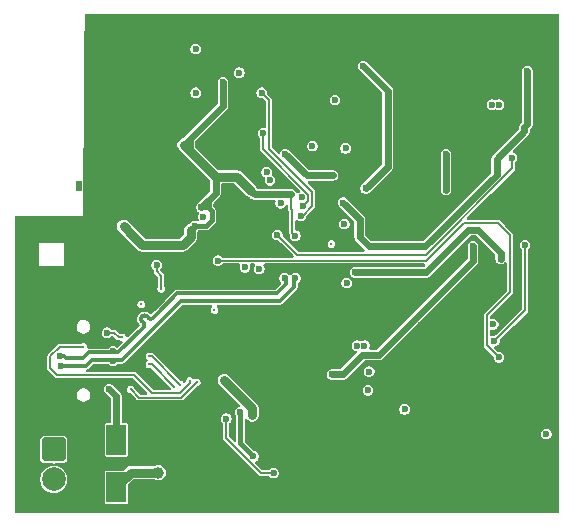
<source format=gbl>
%TF.GenerationSoftware,KiCad,Pcbnew,9.0.6*%
%TF.CreationDate,2025-12-29T13:59:21+01:00*%
%TF.ProjectId,Lars-10W-RGBW-V1,4c617273-2d31-4305-972d-524742572d56,rev?*%
%TF.SameCoordinates,Original*%
%TF.FileFunction,Copper,L4,Bot*%
%TF.FilePolarity,Positive*%
%FSLAX46Y46*%
G04 Gerber Fmt 4.6, Leading zero omitted, Abs format (unit mm)*
G04 Created by KiCad (PCBNEW 9.0.6) date 2025-12-29 13:59:21*
%MOMM*%
%LPD*%
G01*
G04 APERTURE LIST*
G04 Aperture macros list*
%AMRoundRect*
0 Rectangle with rounded corners*
0 $1 Rounding radius*
0 $2 $3 $4 $5 $6 $7 $8 $9 X,Y pos of 4 corners*
0 Add a 4 corners polygon primitive as box body*
4,1,4,$2,$3,$4,$5,$6,$7,$8,$9,$2,$3,0*
0 Add four circle primitives for the rounded corners*
1,1,$1+$1,$2,$3*
1,1,$1+$1,$4,$5*
1,1,$1+$1,$6,$7*
1,1,$1+$1,$8,$9*
0 Add four rect primitives between the rounded corners*
20,1,$1+$1,$2,$3,$4,$5,0*
20,1,$1+$1,$4,$5,$6,$7,0*
20,1,$1+$1,$6,$7,$8,$9,0*
20,1,$1+$1,$8,$9,$2,$3,0*%
G04 Aperture macros list end*
%TA.AperFunction,ComponentPad*%
%ADD10RoundRect,0.250000X-0.750000X0.750000X-0.750000X-0.750000X0.750000X-0.750000X0.750000X0.750000X0*%
%TD*%
%TA.AperFunction,ComponentPad*%
%ADD11C,2.000000*%
%TD*%
%TA.AperFunction,HeatsinkPad*%
%ADD12C,0.500000*%
%TD*%
%TA.AperFunction,HeatsinkPad*%
%ADD13R,2.500000X2.500000*%
%TD*%
%TA.AperFunction,HeatsinkPad*%
%ADD14R,0.500000X1.600000*%
%TD*%
%TA.AperFunction,ComponentPad*%
%ADD15R,0.500000X0.900000*%
%TD*%
%TA.AperFunction,HeatsinkPad*%
%ADD16R,1.650000X1.650000*%
%TD*%
%TA.AperFunction,HeatsinkPad*%
%ADD17O,2.100000X1.000000*%
%TD*%
%TA.AperFunction,HeatsinkPad*%
%ADD18O,1.800000X1.000000*%
%TD*%
%TA.AperFunction,SMDPad,CuDef*%
%ADD19R,1.700000X2.500000*%
%TD*%
%TA.AperFunction,ViaPad*%
%ADD20C,0.600000*%
%TD*%
%TA.AperFunction,ViaPad*%
%ADD21C,0.300000*%
%TD*%
%TA.AperFunction,ViaPad*%
%ADD22C,1.000000*%
%TD*%
%TA.AperFunction,Conductor*%
%ADD23C,0.600000*%
%TD*%
%TA.AperFunction,Conductor*%
%ADD24C,0.400000*%
%TD*%
%TA.AperFunction,Conductor*%
%ADD25C,0.800000*%
%TD*%
%TA.AperFunction,Conductor*%
%ADD26C,0.200000*%
%TD*%
%TA.AperFunction,Conductor*%
%ADD27C,0.334300*%
%TD*%
G04 APERTURE END LIST*
D10*
X108900000Y-75900000D03*
D11*
X108900000Y-78440000D03*
D12*
X123680000Y-55420000D03*
X123680000Y-56420000D03*
X123680000Y-57420000D03*
X124680000Y-55420000D03*
X124680000Y-56420000D03*
D13*
X124680000Y-56420000D03*
D12*
X124680000Y-57420000D03*
X125680000Y-55420000D03*
X125680000Y-56420000D03*
X125680000Y-57420000D03*
X133100000Y-68400000D03*
D14*
X133100000Y-67850000D03*
D12*
X133100000Y-67300000D03*
X144500000Y-66450000D03*
D14*
X144500000Y-65900000D03*
D12*
X144500000Y-65350000D03*
D15*
X111000000Y-53600000D03*
D12*
X130605000Y-47605000D03*
D14*
X130605000Y-47055000D03*
D12*
X130605000Y-46505000D03*
X118625000Y-67225000D03*
X118625000Y-68375000D03*
D16*
X119200000Y-67800000D03*
D12*
X119775000Y-67225000D03*
X119775000Y-68375000D03*
X144500000Y-48000000D03*
D14*
X144500000Y-47450000D03*
D12*
X144500000Y-46900000D03*
D17*
X111905000Y-64080000D03*
D18*
X107725000Y-64080000D03*
D17*
X111905000Y-72720000D03*
D18*
X107725000Y-72720000D03*
D19*
X114200000Y-79100000D03*
X114200000Y-75100000D03*
D20*
X121200000Y-75000000D03*
X115500000Y-61400000D03*
X146200000Y-71100000D03*
X126700000Y-64000000D03*
D21*
X113200000Y-56300000D03*
D20*
X120900000Y-53000000D03*
D21*
X111900000Y-56400000D03*
D20*
X137600000Y-56300000D03*
D21*
X106800000Y-56300000D03*
D20*
X141200000Y-54300000D03*
X120300000Y-76700000D03*
X140500000Y-53500000D03*
D21*
X111600000Y-41300000D03*
X110500000Y-56300000D03*
X113500000Y-71800000D03*
X115500000Y-72600000D03*
D20*
X147500000Y-69600000D03*
X138400000Y-54800000D03*
X138000000Y-62000000D03*
D21*
X112000000Y-56000000D03*
X118700000Y-57400000D03*
X107200000Y-60100000D03*
D20*
X151100000Y-80000000D03*
D21*
X113500000Y-52800000D03*
D20*
X139200000Y-56100000D03*
X136900000Y-55800000D03*
X135000000Y-40100000D03*
X117800000Y-81000000D03*
X149300000Y-42500000D03*
X118700000Y-46700000D03*
D21*
X122900000Y-71600000D03*
D20*
X113300000Y-46400000D03*
D21*
X111600000Y-43700000D03*
D20*
X138400000Y-55700000D03*
D21*
X113700000Y-53300000D03*
X111600000Y-44500000D03*
X113100000Y-58100000D03*
X111600000Y-43300000D03*
X113800000Y-54300000D03*
D20*
X141100000Y-55100000D03*
X117700000Y-56400000D03*
D21*
X111600000Y-54700000D03*
X114700000Y-52400000D03*
X113400000Y-72700000D03*
D20*
X118000000Y-76500000D03*
X149900000Y-67500000D03*
X145400000Y-71700000D03*
X132800000Y-80600000D03*
X127800000Y-46800000D03*
X139400000Y-66000000D03*
X150700000Y-70000000D03*
D21*
X115841182Y-64529532D03*
X115470201Y-71721779D03*
X111600000Y-52600000D03*
D20*
X121200000Y-76000000D03*
D21*
X111600000Y-49700000D03*
D20*
X122300000Y-62000000D03*
D21*
X111600000Y-48900000D03*
D20*
X140700000Y-69200000D03*
D21*
X116000000Y-53900000D03*
X111600000Y-44900000D03*
X112900000Y-54900000D03*
D20*
X120800000Y-66100000D03*
X133900000Y-40300000D03*
D21*
X117800000Y-50900000D03*
X115100000Y-53400000D03*
X107500000Y-61500000D03*
X111100000Y-58500000D03*
X111600000Y-41700000D03*
X111600000Y-50100000D03*
X118097154Y-59702172D03*
D20*
X138900000Y-69500000D03*
X137000000Y-57200000D03*
X136500000Y-56400000D03*
X134200000Y-79600000D03*
X123300000Y-77700000D03*
X138200000Y-48000000D03*
X134600000Y-77100000D03*
X151100000Y-57000000D03*
X143100000Y-67300000D03*
X140700000Y-68200000D03*
D21*
X111600000Y-50500000D03*
D20*
X127800000Y-45500000D03*
X124400000Y-47900000D03*
D21*
X111600000Y-45700000D03*
D20*
X138000000Y-63000000D03*
D21*
X113100000Y-56700000D03*
D20*
X129300000Y-79600000D03*
X138900000Y-47200000D03*
X149800000Y-81000000D03*
D21*
X113400000Y-54600000D03*
X110300000Y-60500000D03*
D20*
X144300000Y-42900000D03*
D21*
X110300000Y-61000000D03*
X122200000Y-65000000D03*
X110200000Y-61600000D03*
X108800000Y-56300000D03*
D20*
X133100000Y-48300000D03*
X143800000Y-70600000D03*
X144300000Y-77000000D03*
D21*
X117100000Y-62900000D03*
X113000000Y-74000000D03*
X113100000Y-52500000D03*
D20*
X120600000Y-53700000D03*
D21*
X110500000Y-58200000D03*
X112800000Y-59000000D03*
X127300000Y-70500000D03*
D20*
X118000000Y-52000000D03*
X139300000Y-50600000D03*
X135200000Y-75800000D03*
D21*
X116300000Y-55300000D03*
D20*
X112500000Y-41300000D03*
D21*
X110000000Y-57100000D03*
X111600000Y-47300000D03*
D20*
X140900000Y-49500000D03*
X136405000Y-48705000D03*
D21*
X111600000Y-46100000D03*
X117011122Y-70184635D03*
D20*
X130800000Y-48900000D03*
D21*
X110000000Y-56300000D03*
D20*
X137600000Y-55200000D03*
X139200000Y-57100000D03*
D21*
X108400000Y-57000000D03*
D20*
X117305630Y-69782587D03*
X130700000Y-45200000D03*
X151400000Y-69400000D03*
D21*
X124300000Y-50900000D03*
X111600000Y-48100000D03*
D20*
X132500000Y-55000000D03*
D21*
X111600000Y-42500000D03*
D20*
X119100000Y-76600000D03*
D21*
X111600000Y-45300000D03*
X113000000Y-58500000D03*
X110900000Y-56300000D03*
D20*
X137400000Y-43900000D03*
X148300000Y-40200000D03*
D21*
X108200000Y-61700000D03*
D20*
X149500000Y-60700000D03*
D21*
X112900000Y-51000000D03*
X115700000Y-55400000D03*
X111600000Y-40500000D03*
X111600000Y-47700000D03*
D20*
X139700000Y-49400000D03*
D21*
X113945266Y-63008018D03*
D20*
X142300000Y-80500000D03*
X121500000Y-53700000D03*
X144600000Y-71100000D03*
X139900000Y-50600000D03*
X121600000Y-61800000D03*
D21*
X116800000Y-55300000D03*
X107200000Y-58700000D03*
D20*
X141800000Y-55700000D03*
X135700000Y-54800000D03*
D21*
X130600000Y-71400000D03*
X112200000Y-50900000D03*
X109200000Y-56300000D03*
X129700000Y-70300000D03*
D20*
X112100000Y-45200000D03*
X136500000Y-53800000D03*
D21*
X109700000Y-61800000D03*
X116400000Y-53900000D03*
D20*
X135400000Y-79200000D03*
D21*
X107300000Y-57600000D03*
D20*
X145500000Y-76500000D03*
D21*
X111600000Y-46500000D03*
D20*
X141400000Y-46600000D03*
D21*
X107800000Y-57000000D03*
X113900000Y-55700000D03*
D20*
X140400000Y-54300000D03*
D21*
X118783393Y-57857475D03*
X111600000Y-40900000D03*
D20*
X116800000Y-57400000D03*
X135700000Y-77200000D03*
D21*
X112200000Y-55500000D03*
D20*
X139300000Y-54000000D03*
X119500000Y-55500000D03*
X127000000Y-80300000D03*
X141800000Y-63900000D03*
X118200000Y-48600000D03*
X138400000Y-56700000D03*
X131600000Y-55000000D03*
X135600000Y-49000000D03*
D21*
X111300000Y-60100000D03*
D20*
X138400000Y-50600000D03*
D21*
X113100000Y-57700000D03*
X110800000Y-60400000D03*
X111600000Y-39300000D03*
D20*
X144100000Y-50200000D03*
D21*
X112500000Y-55200000D03*
X111600000Y-44100000D03*
D20*
X150800000Y-64100000D03*
D21*
X113100000Y-57200000D03*
D20*
X117500000Y-73100000D03*
X150600000Y-62400000D03*
X139000000Y-80400000D03*
X119300000Y-56400000D03*
D21*
X113500000Y-56000000D03*
X108400000Y-56300000D03*
D20*
X140000000Y-48200000D03*
X118900000Y-53700000D03*
X121400000Y-77100000D03*
X137600000Y-54100000D03*
D21*
X115400000Y-73900000D03*
D20*
X139200000Y-55200000D03*
X144000000Y-49100000D03*
X137800000Y-57700000D03*
X113000000Y-80700000D03*
D21*
X115300000Y-55500000D03*
X109300000Y-57000000D03*
D20*
X112600000Y-39800000D03*
D21*
X127100000Y-69000000D03*
D20*
X143800000Y-71700000D03*
D21*
X109600000Y-56300000D03*
D20*
X147000000Y-40300000D03*
X144400000Y-80200000D03*
D21*
X113800000Y-53800000D03*
X107200000Y-59500000D03*
X111600000Y-55100000D03*
X107200000Y-58100000D03*
X107200000Y-56300000D03*
X114900000Y-55800000D03*
X111600000Y-42900000D03*
X111900000Y-57800000D03*
D20*
X112800000Y-43400000D03*
X150700000Y-44800000D03*
X124300000Y-77700000D03*
D21*
X111800000Y-58200000D03*
D20*
X131400000Y-56800000D03*
X150200000Y-59100000D03*
X126100000Y-61900000D03*
X123700000Y-78400000D03*
D21*
X113700000Y-51400000D03*
X111600000Y-56000000D03*
X131200000Y-75600000D03*
D20*
X144700000Y-44100000D03*
X122300000Y-77700000D03*
X123983591Y-45516409D03*
X140900000Y-50600000D03*
D21*
X117000000Y-64100000D03*
D20*
X145100000Y-67900000D03*
D21*
X115300000Y-73200000D03*
D20*
X131200000Y-76400000D03*
X123900000Y-61100000D03*
D21*
X111600000Y-53100000D03*
D20*
X140200000Y-55800000D03*
X139980331Y-65380331D03*
X135500000Y-41100000D03*
D21*
X112600000Y-52300000D03*
X115612467Y-58949508D03*
D20*
X135500000Y-42100000D03*
D21*
X114400000Y-55900000D03*
D20*
X150300000Y-49100000D03*
X129900000Y-49600000D03*
X151300000Y-63200000D03*
X136300000Y-57800000D03*
D21*
X118100000Y-51300000D03*
D20*
X142600000Y-54900000D03*
D21*
X128175840Y-58692654D03*
X130700000Y-75800000D03*
D20*
X118085873Y-72456878D03*
D21*
X108000000Y-56300000D03*
X123100000Y-66400000D03*
D20*
X124200000Y-49900000D03*
D21*
X111600000Y-40100000D03*
D20*
X143400000Y-80400000D03*
D21*
X130200000Y-74400000D03*
X115400000Y-74700000D03*
X111600000Y-48500000D03*
X107200000Y-61000000D03*
D20*
X132800000Y-40200000D03*
X140900000Y-56600000D03*
X118000000Y-47500000D03*
X138800000Y-49500000D03*
D21*
X116900000Y-53900000D03*
D20*
X113400000Y-42200000D03*
X150800000Y-45700000D03*
X132400000Y-56800000D03*
D21*
X111600000Y-52100000D03*
X106000000Y-56300000D03*
X111300000Y-56300000D03*
X126400000Y-68200000D03*
D20*
X140900000Y-47800000D03*
X142900000Y-65900000D03*
D21*
X111600000Y-46900000D03*
X113300000Y-51200000D03*
X123400000Y-71500000D03*
D20*
X121625003Y-70200000D03*
D21*
X111600000Y-55600000D03*
D20*
X126900000Y-79000000D03*
X118600000Y-56400000D03*
D21*
X111600000Y-49300000D03*
X111700000Y-50900000D03*
D20*
X144200000Y-68800000D03*
D21*
X120500000Y-56400000D03*
X114400000Y-52000000D03*
D20*
X140200000Y-57200000D03*
D21*
X114100000Y-51700000D03*
D20*
X125669669Y-65330331D03*
X137100000Y-76700000D03*
X145400000Y-70600000D03*
D21*
X111500000Y-58600000D03*
D20*
X119800000Y-53700000D03*
X130700000Y-43400000D03*
X136700000Y-54800000D03*
D21*
X121600000Y-65800000D03*
D20*
X118600000Y-55500000D03*
D21*
X116300000Y-62900000D03*
X114900000Y-52900000D03*
X126600000Y-69900000D03*
X111600000Y-39700000D03*
X111900000Y-57300000D03*
D20*
X149500000Y-41700000D03*
X132100000Y-75600000D03*
D21*
X111700000Y-59900000D03*
D20*
X117200000Y-79100000D03*
X140400000Y-69900000D03*
D21*
X115500000Y-53800000D03*
D20*
X123800000Y-63934300D03*
X143800000Y-76000000D03*
X138900000Y-46200000D03*
D21*
X119200000Y-64500000D03*
D20*
X117000000Y-80300000D03*
D21*
X111900000Y-56800000D03*
X107600000Y-56300000D03*
D20*
X124500000Y-78500000D03*
X130600000Y-58100000D03*
D21*
X120300000Y-71800000D03*
X109000000Y-61800000D03*
X112600000Y-59400000D03*
X116992654Y-69241593D03*
X110400000Y-57500000D03*
D20*
X129700000Y-63200000D03*
D21*
X112200000Y-59700000D03*
X112100000Y-52100000D03*
X111600000Y-42100000D03*
X106400000Y-56300000D03*
D20*
X127500000Y-64200000D03*
D21*
X111600000Y-54100000D03*
X121400000Y-64200000D03*
D20*
X121560402Y-56210114D03*
X120900000Y-45700000D03*
X120900000Y-42000000D03*
X125080000Y-60480000D03*
X150600000Y-74600000D03*
X124400000Y-52800000D03*
X122600000Y-52800000D03*
X120814763Y-56988645D03*
X129342873Y-57800000D03*
X114800000Y-57000000D03*
X123210000Y-44800000D03*
X129000000Y-54300000D03*
X121400000Y-55400000D03*
X135100000Y-43455000D03*
X135300000Y-53800000D03*
X138600000Y-72500000D03*
X135200000Y-67100000D03*
X117600000Y-60300000D03*
X146000000Y-46700000D03*
X146100000Y-65300000D03*
X146600000Y-46700000D03*
X134600000Y-67100000D03*
X132705000Y-46305000D03*
D21*
X118000000Y-62301000D03*
D20*
X133700000Y-61800000D03*
D21*
X132400000Y-58500000D03*
D20*
X134400000Y-60900000D03*
X133500000Y-56800000D03*
X146727080Y-59734883D03*
X149000000Y-43850000D03*
X133400000Y-55000000D03*
D21*
X122500000Y-64100000D03*
X116300000Y-63600000D03*
D22*
X117750000Y-77850000D03*
D20*
X125700000Y-73000000D03*
X123350000Y-70050000D03*
X124673959Y-72750000D03*
X125800000Y-76472125D03*
X113400000Y-66000000D03*
X113600000Y-70800000D03*
D21*
X114700000Y-66400000D03*
D20*
X142100000Y-50900000D03*
X142100000Y-53900000D03*
X128500000Y-50900000D03*
X132500000Y-52700000D03*
X144400000Y-58700000D03*
X132449293Y-69550707D03*
D21*
X111400000Y-67200000D03*
X120400000Y-70100000D03*
D20*
X113900000Y-67600000D03*
X128450000Y-61400000D03*
X109400000Y-68000000D03*
D21*
X115400000Y-70800000D03*
X121000000Y-70200000D03*
D20*
X129350000Y-61400000D03*
X109475741Y-68800000D03*
X113900000Y-68400000D03*
X126300000Y-60600000D03*
X124600000Y-44000000D03*
X133600000Y-50400000D03*
X129893934Y-54557535D03*
X128100000Y-55050000D03*
X135600000Y-69300000D03*
X146600000Y-68100000D03*
X122800000Y-59900000D03*
X127830000Y-57743486D03*
X147700000Y-51200000D03*
X127500000Y-77900000D03*
X123500000Y-73294098D03*
X126600000Y-49100000D03*
X130000000Y-55300000D03*
X129799071Y-56098199D03*
X126500000Y-45700000D03*
X130800000Y-50200000D03*
X127200000Y-53100000D03*
X126921488Y-52401000D03*
X135500000Y-70900000D03*
X146200000Y-66700000D03*
X148800000Y-58600000D03*
D21*
X119600000Y-70400000D03*
X117000000Y-68000000D03*
X117000000Y-68700000D03*
X119100000Y-70600000D03*
D23*
X120814763Y-56988645D02*
X120500000Y-57303408D01*
D24*
X122300000Y-56500000D02*
X121811355Y-56988645D01*
D25*
X125600000Y-54000000D02*
X124400000Y-52800000D01*
X115550000Y-57750000D02*
X116400000Y-58600000D01*
D24*
X121400000Y-55400000D02*
X121957562Y-55400000D01*
X121278780Y-56988645D02*
X120814763Y-56988645D01*
D25*
X119900000Y-50100000D02*
X120400000Y-50600000D01*
D26*
X129000000Y-55550000D02*
X129000000Y-54300000D01*
D23*
X122600000Y-54200000D02*
X122050000Y-54750000D01*
D24*
X121811355Y-56988645D02*
X121278780Y-56988645D01*
D25*
X120500000Y-57700000D02*
X120500000Y-57303408D01*
D24*
X122128781Y-55571219D02*
X122300000Y-55742438D01*
D23*
X120400000Y-49600000D02*
X120400000Y-50600000D01*
D24*
X122300000Y-55742438D02*
X122300000Y-56500000D01*
X122128781Y-55571219D02*
X122050000Y-55492438D01*
D23*
X120400000Y-49600000D02*
X119900000Y-50100000D01*
X129000000Y-54300000D02*
X125900000Y-54300000D01*
D24*
X122050000Y-55492438D02*
X122050000Y-54750000D01*
D26*
X129342873Y-57800000D02*
X129100000Y-57557127D01*
D25*
X119800000Y-58600000D02*
X120500000Y-57900000D01*
X116400000Y-58600000D02*
X119800000Y-58600000D01*
D24*
X121957562Y-55400000D02*
X122128781Y-55571219D01*
D26*
X129100000Y-55650000D02*
X129000000Y-55550000D01*
D25*
X114800000Y-57000000D02*
X115550000Y-57750000D01*
D23*
X122600000Y-52800000D02*
X122600000Y-54200000D01*
D26*
X129100000Y-57557127D02*
X129100000Y-55650000D01*
D25*
X120500000Y-57900000D02*
X120500000Y-57700000D01*
D23*
X125900000Y-54300000D02*
X125600000Y-54000000D01*
D25*
X122600000Y-52800000D02*
X124400000Y-52800000D01*
D23*
X122050000Y-54750000D02*
X121400000Y-55400000D01*
D25*
X120400000Y-50600000D02*
X122600000Y-52800000D01*
D23*
X123210000Y-46790000D02*
X120400000Y-49600000D01*
X123210000Y-44800000D02*
X123210000Y-46790000D01*
X135300000Y-53800000D02*
X137156000Y-51944000D01*
X137156000Y-51944000D02*
X137156000Y-45511000D01*
X137156000Y-45511000D02*
X135100000Y-43455000D01*
D26*
X117988909Y-62301000D02*
X117988909Y-61188909D01*
X117988909Y-61188909D02*
X117600000Y-60800000D01*
X117600000Y-60800000D02*
X117600000Y-60300000D01*
D23*
X146727080Y-59227080D02*
X146727080Y-59734883D01*
X140100000Y-60900000D02*
X134400000Y-60900000D01*
X144000000Y-57300000D02*
X144800000Y-57300000D01*
X140100000Y-60900000D02*
X140400000Y-60900000D01*
X144800000Y-57300000D02*
X146727080Y-59227080D01*
X140400000Y-60900000D02*
X144000000Y-57300000D01*
X148749000Y-48951000D02*
X148749000Y-48588925D01*
X140320768Y-58700000D02*
X146400000Y-52620768D01*
X149000000Y-48337925D02*
X149000000Y-43850000D01*
X146400000Y-51300000D02*
X148749000Y-48951000D01*
X146400000Y-52620768D02*
X146400000Y-51300000D01*
X134800000Y-56400000D02*
X134800000Y-57900000D01*
X134800000Y-57900000D02*
X135600000Y-58700000D01*
X133400000Y-55000000D02*
X134800000Y-56400000D01*
X148749000Y-48588925D02*
X149000000Y-48337925D01*
X135600000Y-58700000D02*
X140320768Y-58700000D01*
D25*
X125700000Y-72400000D02*
X125700000Y-73000000D01*
X117750000Y-77850000D02*
X115450000Y-77850000D01*
X123350000Y-70050000D02*
X125700000Y-72400000D01*
X115450000Y-77850000D02*
X114200000Y-79100000D01*
D24*
X124673959Y-72750000D02*
X124700000Y-72723959D01*
X124700000Y-75372125D02*
X125800000Y-76472125D01*
X124700000Y-72723959D02*
X124700000Y-75372125D01*
D26*
X114700000Y-66400000D02*
X114400000Y-66400000D01*
D23*
X114200000Y-71400000D02*
X113600000Y-70800000D01*
X114200000Y-75100000D02*
X114200000Y-71400000D01*
D26*
X114400000Y-66400000D02*
X114000000Y-66000000D01*
X114000000Y-66000000D02*
X113400000Y-66000000D01*
D23*
X142100000Y-53900000D02*
X142100000Y-50900000D01*
X132500000Y-52700000D02*
X130300000Y-52700000D01*
X130300000Y-52700000D02*
X128500000Y-50900000D01*
X144400000Y-59900000D02*
X136400000Y-67900000D01*
X136400000Y-67900000D02*
X135002000Y-67900000D01*
X144400000Y-58700000D02*
X144400000Y-59900000D01*
X133351293Y-69550707D02*
X132449293Y-69550707D01*
X135002000Y-67900000D02*
X133351293Y-69550707D01*
D26*
X120400000Y-70303612D02*
X119554612Y-71149000D01*
X120400000Y-70100000D02*
X120400000Y-70303612D01*
X108600000Y-68020768D02*
X109420768Y-67200000D01*
X108600000Y-69000000D02*
X108600000Y-68020768D01*
X119554612Y-71149000D02*
X117249000Y-71149000D01*
X117249000Y-71149000D02*
X115700000Y-69600000D01*
X115700000Y-69600000D02*
X109200000Y-69600000D01*
X109200000Y-69600000D02*
X108600000Y-69000000D01*
X109420768Y-67200000D02*
X111400000Y-67200000D01*
D27*
X109768600Y-68000000D02*
X109934300Y-68165700D01*
X117351826Y-64699657D02*
X117650761Y-64400721D01*
X116503297Y-65208774D02*
X116325462Y-65030939D01*
X109934300Y-68165700D02*
X111385782Y-68165700D01*
X113982850Y-67682850D02*
X114368632Y-67682850D01*
X113900000Y-67600000D02*
X113982850Y-67682850D01*
X116749727Y-64606674D02*
X116927563Y-64784510D01*
X113817150Y-67682850D02*
X113900000Y-67600000D01*
X116325462Y-64691527D02*
X116410315Y-64606675D01*
X109400000Y-68000000D02*
X109768600Y-68000000D01*
X111385782Y-68165700D02*
X111868632Y-67682850D01*
X111868632Y-67682850D02*
X113817150Y-67682850D01*
X117266975Y-64784510D02*
X117351826Y-64699657D01*
X127768632Y-62682850D02*
X128582850Y-61868632D01*
X117650761Y-64400721D02*
X119368632Y-62682850D01*
X128582850Y-61532850D02*
X128450000Y-61400000D01*
X114368632Y-67682850D02*
X116503296Y-65548186D01*
X119368632Y-62682850D02*
X127768632Y-62682850D01*
X128582850Y-61868632D02*
X128582850Y-61532850D01*
X116325462Y-65030939D02*
G75*
G02*
X116325429Y-64691494I169738J169739D01*
G01*
X116410315Y-64606675D02*
G75*
G02*
X116749706Y-64606695I169685J-169725D01*
G01*
X116927563Y-64784510D02*
G75*
G03*
X117266975Y-64784510I169706J169701D01*
G01*
X116503296Y-65548186D02*
G75*
G03*
X116503277Y-65208795I-169696J169686D01*
G01*
D26*
X121000000Y-70200000D02*
X119700000Y-71500000D01*
X116100000Y-71500000D02*
X115400000Y-70800000D01*
X119700000Y-71500000D02*
X116100000Y-71500000D01*
D27*
X129217150Y-62131368D02*
X129217150Y-61532850D01*
X113817150Y-68317150D02*
X113900000Y-68400000D01*
X109475741Y-68800000D02*
X111648518Y-68800000D01*
X113900000Y-68400000D02*
X113982850Y-68317150D01*
X129217150Y-61532850D02*
X129350000Y-61400000D01*
X119631368Y-63317150D02*
X128031368Y-63317150D01*
X113982850Y-68317150D02*
X114631368Y-68317150D01*
X112131368Y-68317150D02*
X113817150Y-68317150D01*
X111648518Y-68800000D02*
X112131368Y-68317150D01*
X128031368Y-63317150D02*
X129217150Y-62131368D01*
X114631368Y-68317150D02*
X119631368Y-63317150D01*
D26*
X122800000Y-59900000D02*
X140400000Y-59900000D01*
X147500000Y-57700000D02*
X147500000Y-62600000D01*
X145549000Y-64551000D02*
X145549000Y-67049000D01*
X146500000Y-56700000D02*
X147500000Y-57700000D01*
X140400000Y-59900000D02*
X143600000Y-56700000D01*
X143600000Y-56700000D02*
X146500000Y-56700000D01*
X147500000Y-62600000D02*
X145549000Y-64551000D01*
X145549000Y-67049000D02*
X146600000Y-68100000D01*
X127830000Y-57743486D02*
X128343257Y-58256743D01*
X140400000Y-59400000D02*
X147700000Y-52100000D01*
X147700000Y-52100000D02*
X147700000Y-51200000D01*
X128343257Y-58256743D02*
X129486514Y-59400000D01*
X129486514Y-59400000D02*
X140400000Y-59400000D01*
X123500000Y-73294098D02*
X123500000Y-74951357D01*
X126448643Y-77900000D02*
X127500000Y-77900000D01*
X123500000Y-74951357D02*
X126448643Y-77900000D01*
X130444934Y-54329303D02*
X130444934Y-54855066D01*
X130444934Y-54855066D02*
X130000000Y-55300000D01*
X126600000Y-50484369D02*
X130444934Y-54329303D01*
X126600000Y-49100000D02*
X126600000Y-50484369D01*
X127151000Y-50451000D02*
X127151000Y-46351000D01*
X129981033Y-56098199D02*
X130795934Y-55283298D01*
X130795934Y-54095934D02*
X127151000Y-50451000D01*
X130795934Y-55283298D02*
X130795934Y-54095934D01*
X129799071Y-56098199D02*
X129981033Y-56098199D01*
X127151000Y-46351000D02*
X126500000Y-45700000D01*
X148800000Y-58600000D02*
X148800000Y-64100000D01*
X148800000Y-64100000D02*
X146200000Y-66700000D01*
X117200000Y-68000000D02*
X117000000Y-68000000D01*
X119600000Y-70400000D02*
X117200000Y-68000000D01*
X117200000Y-68700000D02*
X117000000Y-68700000D01*
X119100000Y-70600000D02*
X117200000Y-68700000D01*
%TA.AperFunction,Conductor*%
G36*
X151642539Y-39020185D02*
G01*
X151688294Y-39072989D01*
X151699500Y-39124500D01*
X151699500Y-81175500D01*
X151679815Y-81242539D01*
X151627011Y-81288294D01*
X151575500Y-81299500D01*
X105724500Y-81299500D01*
X105657461Y-81279815D01*
X105611706Y-81227011D01*
X105600500Y-81175500D01*
X105600500Y-80364822D01*
X113199499Y-80364822D01*
X113208231Y-80408717D01*
X113208232Y-80408721D01*
X113208233Y-80408722D01*
X113241496Y-80458504D01*
X113291278Y-80491767D01*
X113291281Y-80491767D01*
X113291282Y-80491768D01*
X113335177Y-80500500D01*
X113335180Y-80500500D01*
X115064822Y-80500500D01*
X115108717Y-80491768D01*
X115108717Y-80491767D01*
X115108722Y-80491767D01*
X115158504Y-80458504D01*
X115191767Y-80408722D01*
X115200500Y-80364820D01*
X115200500Y-78929387D01*
X115220185Y-78862348D01*
X115236819Y-78841706D01*
X115641706Y-78436819D01*
X115703029Y-78403334D01*
X115729387Y-78400500D01*
X117365399Y-78400500D01*
X117432438Y-78420185D01*
X117434252Y-78421373D01*
X117441873Y-78426465D01*
X117560256Y-78475501D01*
X117560260Y-78475501D01*
X117560261Y-78475502D01*
X117685928Y-78500500D01*
X117685931Y-78500500D01*
X117814071Y-78500500D01*
X117898615Y-78483682D01*
X117939744Y-78475501D01*
X118058127Y-78426465D01*
X118164669Y-78355276D01*
X118255276Y-78264669D01*
X118326465Y-78158127D01*
X118375501Y-78039744D01*
X118400500Y-77914069D01*
X118400500Y-77785931D01*
X118400500Y-77785928D01*
X118375502Y-77660261D01*
X118375501Y-77660260D01*
X118375501Y-77660256D01*
X118326465Y-77541873D01*
X118326464Y-77541872D01*
X118326461Y-77541866D01*
X118255276Y-77435331D01*
X118255273Y-77435327D01*
X118164672Y-77344726D01*
X118164668Y-77344723D01*
X118058133Y-77273538D01*
X118058124Y-77273533D01*
X117939744Y-77224499D01*
X117939738Y-77224497D01*
X117814071Y-77199500D01*
X117814069Y-77199500D01*
X117685931Y-77199500D01*
X117685929Y-77199500D01*
X117560261Y-77224497D01*
X117560255Y-77224499D01*
X117441876Y-77273533D01*
X117441873Y-77273534D01*
X117441873Y-77273535D01*
X117434287Y-77278603D01*
X117367611Y-77299480D01*
X117365399Y-77299500D01*
X115377525Y-77299500D01*
X115272517Y-77327637D01*
X115237514Y-77337016D01*
X115111986Y-77409489D01*
X115111983Y-77409491D01*
X114858294Y-77663181D01*
X114796971Y-77696666D01*
X114770613Y-77699500D01*
X113335178Y-77699500D01*
X113291282Y-77708231D01*
X113291275Y-77708234D01*
X113241496Y-77741495D01*
X113241495Y-77741496D01*
X113208234Y-77791275D01*
X113208231Y-77791282D01*
X113199500Y-77835177D01*
X113199500Y-77835180D01*
X113199500Y-80364820D01*
X113199500Y-80364822D01*
X113199499Y-80364822D01*
X105600500Y-80364822D01*
X105600500Y-75118475D01*
X107749500Y-75118475D01*
X107749500Y-76681517D01*
X107760147Y-76748737D01*
X107764354Y-76775304D01*
X107821950Y-76888342D01*
X107821952Y-76888344D01*
X107821954Y-76888347D01*
X107911652Y-76978045D01*
X107911654Y-76978046D01*
X107911658Y-76978050D01*
X108024694Y-77035645D01*
X108024698Y-77035647D01*
X108118475Y-77050499D01*
X108118481Y-77050500D01*
X108742873Y-77050499D01*
X108809910Y-77070183D01*
X108855665Y-77122987D01*
X108865609Y-77192146D01*
X108836584Y-77255702D01*
X108777806Y-77293476D01*
X108762270Y-77296972D01*
X108630589Y-77317829D01*
X108458363Y-77373787D01*
X108458360Y-77373788D01*
X108297002Y-77456006D01*
X108150505Y-77562441D01*
X108150500Y-77562445D01*
X108022445Y-77690500D01*
X108022441Y-77690505D01*
X107916006Y-77837002D01*
X107833788Y-77998360D01*
X107833787Y-77998363D01*
X107777829Y-78170589D01*
X107749500Y-78349448D01*
X107749500Y-78530551D01*
X107777829Y-78709410D01*
X107833787Y-78881636D01*
X107833788Y-78881639D01*
X107916006Y-79042997D01*
X108022441Y-79189494D01*
X108022445Y-79189499D01*
X108150500Y-79317554D01*
X108150505Y-79317558D01*
X108278287Y-79410396D01*
X108297006Y-79423996D01*
X108402484Y-79477740D01*
X108458360Y-79506211D01*
X108458363Y-79506212D01*
X108544476Y-79534191D01*
X108630591Y-79562171D01*
X108713429Y-79575291D01*
X108809449Y-79590500D01*
X108809454Y-79590500D01*
X108990551Y-79590500D01*
X109077259Y-79576765D01*
X109169409Y-79562171D01*
X109341639Y-79506211D01*
X109502994Y-79423996D01*
X109649501Y-79317553D01*
X109777553Y-79189501D01*
X109883996Y-79042994D01*
X109966211Y-78881639D01*
X110022171Y-78709409D01*
X110036765Y-78617259D01*
X110050500Y-78530551D01*
X110050500Y-78349448D01*
X110024741Y-78186819D01*
X110022171Y-78170591D01*
X109994191Y-78084476D01*
X109966212Y-77998363D01*
X109966209Y-77998355D01*
X109908646Y-77885384D01*
X109908645Y-77885383D01*
X109885874Y-77840693D01*
X109883996Y-77837006D01*
X109883994Y-77837003D01*
X109883993Y-77837001D01*
X109777558Y-77690505D01*
X109777554Y-77690500D01*
X109649499Y-77562445D01*
X109649494Y-77562441D01*
X109502997Y-77456006D01*
X109502996Y-77456005D01*
X109502994Y-77456004D01*
X109411704Y-77409489D01*
X109341639Y-77373788D01*
X109341636Y-77373787D01*
X109169410Y-77317829D01*
X109037728Y-77296972D01*
X108974594Y-77267042D01*
X108937663Y-77207731D01*
X108938661Y-77137868D01*
X108977271Y-77079636D01*
X109041235Y-77051522D01*
X109057120Y-77050499D01*
X109681518Y-77050499D01*
X109775304Y-77035646D01*
X109888342Y-76978050D01*
X109978050Y-76888342D01*
X110035646Y-76775304D01*
X110035646Y-76775302D01*
X110035647Y-76775301D01*
X110050499Y-76681524D01*
X110050500Y-76681519D01*
X110050499Y-75118482D01*
X110035646Y-75024696D01*
X109978050Y-74911658D01*
X109978046Y-74911654D01*
X109978045Y-74911652D01*
X109888347Y-74821954D01*
X109888344Y-74821952D01*
X109888342Y-74821950D01*
X109811517Y-74782805D01*
X109775301Y-74764352D01*
X109681524Y-74749500D01*
X108118482Y-74749500D01*
X108037519Y-74762323D01*
X108024696Y-74764354D01*
X107911658Y-74821950D01*
X107911657Y-74821951D01*
X107911652Y-74821954D01*
X107821954Y-74911652D01*
X107821951Y-74911657D01*
X107764352Y-75024698D01*
X107749500Y-75118475D01*
X105600500Y-75118475D01*
X105600500Y-71214234D01*
X110829500Y-71214234D01*
X110829500Y-71365765D01*
X110868719Y-71512136D01*
X110890744Y-71550284D01*
X110944485Y-71643365D01*
X111051635Y-71750515D01*
X111182865Y-71826281D01*
X111329234Y-71865500D01*
X111329236Y-71865500D01*
X111480764Y-71865500D01*
X111480766Y-71865500D01*
X111627135Y-71826281D01*
X111758365Y-71750515D01*
X111865515Y-71643365D01*
X111941281Y-71512135D01*
X111980500Y-71365766D01*
X111980500Y-71214234D01*
X111941281Y-71067865D01*
X111937007Y-71060463D01*
X111923934Y-71037819D01*
X111865515Y-70936635D01*
X111758365Y-70829485D01*
X111692750Y-70791602D01*
X111627136Y-70753719D01*
X111578515Y-70740691D01*
X113149500Y-70740691D01*
X113149500Y-70859309D01*
X113154727Y-70878815D01*
X113167236Y-70925500D01*
X113180201Y-70973888D01*
X113195198Y-70999862D01*
X113239511Y-71076614D01*
X113239513Y-71076616D01*
X113713181Y-71550284D01*
X113746666Y-71611607D01*
X113749500Y-71637965D01*
X113749500Y-73575500D01*
X113729815Y-73642539D01*
X113677011Y-73688294D01*
X113625500Y-73699500D01*
X113335178Y-73699500D01*
X113291282Y-73708231D01*
X113291275Y-73708234D01*
X113241496Y-73741495D01*
X113241495Y-73741496D01*
X113208234Y-73791275D01*
X113208231Y-73791282D01*
X113199500Y-73835177D01*
X113199500Y-73835180D01*
X113199500Y-76364820D01*
X113199500Y-76364822D01*
X113199499Y-76364822D01*
X113208231Y-76408717D01*
X113208234Y-76408724D01*
X113210970Y-76412818D01*
X113241496Y-76458504D01*
X113291278Y-76491767D01*
X113291281Y-76491767D01*
X113291282Y-76491768D01*
X113335177Y-76500500D01*
X113335180Y-76500500D01*
X115064822Y-76500500D01*
X115108717Y-76491768D01*
X115108717Y-76491767D01*
X115108722Y-76491767D01*
X115158504Y-76458504D01*
X115191767Y-76408722D01*
X115200500Y-76364820D01*
X115200500Y-73835180D01*
X115200500Y-73835177D01*
X115191768Y-73791282D01*
X115191767Y-73791281D01*
X115191767Y-73791278D01*
X115158504Y-73741496D01*
X115144385Y-73732062D01*
X115108724Y-73708234D01*
X115108717Y-73708231D01*
X115064822Y-73699500D01*
X115064820Y-73699500D01*
X114774500Y-73699500D01*
X114707461Y-73679815D01*
X114661706Y-73627011D01*
X114650500Y-73575500D01*
X114650500Y-71340693D01*
X114650500Y-71340691D01*
X114619799Y-71226114D01*
X114619799Y-71226113D01*
X114560489Y-71123386D01*
X113876614Y-70439511D01*
X113825250Y-70409856D01*
X113773888Y-70380201D01*
X113761780Y-70376957D01*
X113749673Y-70373713D01*
X113749670Y-70373712D01*
X113711478Y-70363478D01*
X113659309Y-70349500D01*
X113540691Y-70349500D01*
X113450325Y-70373713D01*
X113450324Y-70373712D01*
X113426116Y-70380199D01*
X113426113Y-70380200D01*
X113323386Y-70439511D01*
X113323383Y-70439513D01*
X113239513Y-70523383D01*
X113239509Y-70523389D01*
X113180200Y-70626114D01*
X113180199Y-70626114D01*
X113176622Y-70639468D01*
X113176610Y-70639512D01*
X113176357Y-70640460D01*
X113149500Y-70740691D01*
X111578515Y-70740691D01*
X111553950Y-70734109D01*
X111480766Y-70714500D01*
X111329234Y-70714500D01*
X111182863Y-70753719D01*
X111051635Y-70829485D01*
X111051632Y-70829487D01*
X110944487Y-70936632D01*
X110944485Y-70936635D01*
X110868719Y-71067863D01*
X110829500Y-71214234D01*
X105600500Y-71214234D01*
X105600500Y-67970938D01*
X108349500Y-67970938D01*
X108349500Y-69049829D01*
X108383084Y-69130908D01*
X108387636Y-69141897D01*
X109058103Y-69812364D01*
X109150172Y-69850500D01*
X109249828Y-69850500D01*
X115544877Y-69850500D01*
X115611916Y-69870185D01*
X115632558Y-69886819D01*
X116285275Y-70539536D01*
X116783559Y-71037819D01*
X116817044Y-71099142D01*
X116812060Y-71168834D01*
X116770188Y-71224767D01*
X116704724Y-71249184D01*
X116695878Y-71249500D01*
X116255123Y-71249500D01*
X116188084Y-71229815D01*
X116167442Y-71213181D01*
X115754152Y-70799891D01*
X115722058Y-70744303D01*
X115721102Y-70740735D01*
X115703318Y-70674362D01*
X115701253Y-70670786D01*
X115660469Y-70600144D01*
X115660463Y-70600136D01*
X115599863Y-70539536D01*
X115599855Y-70539530D01*
X115525644Y-70496685D01*
X115525640Y-70496683D01*
X115525638Y-70496682D01*
X115442853Y-70474500D01*
X115357147Y-70474500D01*
X115274362Y-70496682D01*
X115274355Y-70496685D01*
X115200144Y-70539530D01*
X115200136Y-70539536D01*
X115139536Y-70600136D01*
X115139530Y-70600144D01*
X115096685Y-70674355D01*
X115096682Y-70674362D01*
X115074500Y-70757147D01*
X115074500Y-70842853D01*
X115089411Y-70898500D01*
X115096682Y-70925637D01*
X115096685Y-70925644D01*
X115139530Y-70999855D01*
X115139534Y-70999860D01*
X115139535Y-70999862D01*
X115200138Y-71060465D01*
X115200140Y-71060466D01*
X115200144Y-71060469D01*
X115267129Y-71099142D01*
X115274362Y-71103318D01*
X115344304Y-71122058D01*
X115399891Y-71154152D01*
X115887636Y-71641897D01*
X115958103Y-71712364D01*
X116050172Y-71750500D01*
X116050174Y-71750500D01*
X119749826Y-71750500D01*
X119749828Y-71750500D01*
X119841897Y-71712364D01*
X121000109Y-70554150D01*
X121055693Y-70522059D01*
X121125638Y-70503318D01*
X121199862Y-70460465D01*
X121260465Y-70399862D01*
X121303318Y-70325638D01*
X121325500Y-70242853D01*
X121325500Y-70157147D01*
X121303318Y-70074362D01*
X121260465Y-70000138D01*
X121237853Y-69977526D01*
X122799500Y-69977526D01*
X122799500Y-70122474D01*
X122837016Y-70262485D01*
X122904977Y-70380199D01*
X122909489Y-70388013D01*
X122909491Y-70388016D01*
X124625505Y-72104030D01*
X124658990Y-72165353D01*
X124654006Y-72235045D01*
X124612134Y-72290978D01*
X124569920Y-72311485D01*
X124500073Y-72330201D01*
X124500072Y-72330201D01*
X124500070Y-72330202D01*
X124397346Y-72389511D01*
X124397343Y-72389513D01*
X124313472Y-72473384D01*
X124313470Y-72473387D01*
X124254160Y-72576114D01*
X124223459Y-72690691D01*
X124223459Y-72809309D01*
X124254160Y-72923886D01*
X124313470Y-73026613D01*
X124313473Y-73026616D01*
X124318417Y-73033059D01*
X124317318Y-73033901D01*
X124346666Y-73087647D01*
X124349500Y-73114005D01*
X124349500Y-75147234D01*
X124329815Y-75214273D01*
X124277011Y-75260028D01*
X124207853Y-75269972D01*
X124144297Y-75240947D01*
X124137819Y-75234915D01*
X123786819Y-74883915D01*
X123753334Y-74822592D01*
X123750500Y-74796234D01*
X123750500Y-73732062D01*
X123770185Y-73665023D01*
X123786819Y-73644381D01*
X123804189Y-73627011D01*
X123860489Y-73570711D01*
X123919799Y-73467984D01*
X123950500Y-73353407D01*
X123950500Y-73234789D01*
X123919799Y-73120212D01*
X123860489Y-73017485D01*
X123776613Y-72933609D01*
X123673886Y-72874299D01*
X123559309Y-72843598D01*
X123440691Y-72843598D01*
X123326114Y-72874299D01*
X123326112Y-72874299D01*
X123326112Y-72874300D01*
X123223387Y-72933609D01*
X123223384Y-72933611D01*
X123139513Y-73017482D01*
X123139511Y-73017485D01*
X123099003Y-73087647D01*
X123080201Y-73120212D01*
X123049500Y-73234789D01*
X123049500Y-73353407D01*
X123080201Y-73467984D01*
X123139511Y-73570711D01*
X123139513Y-73570713D01*
X123213181Y-73644381D01*
X123246666Y-73705704D01*
X123249500Y-73732062D01*
X123249500Y-75001186D01*
X123287636Y-75093254D01*
X126229208Y-78034825D01*
X126229211Y-78034829D01*
X126236279Y-78041897D01*
X126306746Y-78112364D01*
X126398815Y-78150500D01*
X126498471Y-78150500D01*
X127062036Y-78150500D01*
X127129075Y-78170185D01*
X127149717Y-78186819D01*
X127223387Y-78260489D01*
X127326114Y-78319799D01*
X127440691Y-78350500D01*
X127440694Y-78350500D01*
X127559306Y-78350500D01*
X127559309Y-78350500D01*
X127673886Y-78319799D01*
X127776613Y-78260489D01*
X127860489Y-78176613D01*
X127919799Y-78073886D01*
X127950500Y-77959309D01*
X127950500Y-77840691D01*
X127919799Y-77726114D01*
X127860489Y-77623387D01*
X127776613Y-77539511D01*
X127673886Y-77480201D01*
X127559309Y-77449500D01*
X127440691Y-77449500D01*
X127326114Y-77480201D01*
X127326112Y-77480201D01*
X127326112Y-77480202D01*
X127223387Y-77539511D01*
X127223384Y-77539513D01*
X127149717Y-77613181D01*
X127088394Y-77646666D01*
X127062036Y-77649500D01*
X126603765Y-77649500D01*
X126536726Y-77629815D01*
X126516084Y-77613181D01*
X125974635Y-77071732D01*
X125941150Y-77010409D01*
X125946134Y-76940717D01*
X125988006Y-76884784D01*
X126000309Y-76876667D01*
X126076613Y-76832614D01*
X126160489Y-76748738D01*
X126219799Y-76646011D01*
X126250500Y-76531434D01*
X126250500Y-76412816D01*
X126219799Y-76298239D01*
X126160489Y-76195512D01*
X126076613Y-76111636D01*
X125973886Y-76052326D01*
X125872102Y-76025052D01*
X125816517Y-75992960D01*
X125086819Y-75263262D01*
X125053334Y-75201939D01*
X125050500Y-75175581D01*
X125050500Y-74540691D01*
X150149500Y-74540691D01*
X150149500Y-74659309D01*
X150180201Y-74773886D01*
X150239511Y-74876613D01*
X150323387Y-74960489D01*
X150426114Y-75019799D01*
X150540691Y-75050500D01*
X150540694Y-75050500D01*
X150659306Y-75050500D01*
X150659309Y-75050500D01*
X150773886Y-75019799D01*
X150876613Y-74960489D01*
X150960489Y-74876613D01*
X151019799Y-74773886D01*
X151050500Y-74659309D01*
X151050500Y-74540691D01*
X151019799Y-74426114D01*
X150960489Y-74323387D01*
X150876613Y-74239511D01*
X150773886Y-74180201D01*
X150659309Y-74149500D01*
X150540691Y-74149500D01*
X150426114Y-74180201D01*
X150426112Y-74180201D01*
X150426112Y-74180202D01*
X150323387Y-74239511D01*
X150323384Y-74239513D01*
X150239513Y-74323384D01*
X150239511Y-74323387D01*
X150180201Y-74426114D01*
X150149500Y-74540691D01*
X125050500Y-74540691D01*
X125050500Y-73428386D01*
X125070185Y-73361347D01*
X125122989Y-73315592D01*
X125192147Y-73305648D01*
X125255703Y-73334673D01*
X125262181Y-73340705D01*
X125361985Y-73440509D01*
X125361986Y-73440510D01*
X125361988Y-73440511D01*
X125487511Y-73512982D01*
X125487512Y-73512982D01*
X125487515Y-73512984D01*
X125627525Y-73550500D01*
X125627528Y-73550500D01*
X125772472Y-73550500D01*
X125772475Y-73550500D01*
X125912485Y-73512984D01*
X126038015Y-73440509D01*
X126140509Y-73338015D01*
X126212984Y-73212485D01*
X126250500Y-73072475D01*
X126250500Y-72440691D01*
X138149500Y-72440691D01*
X138149500Y-72559309D01*
X138180201Y-72673886D01*
X138239511Y-72776613D01*
X138323387Y-72860489D01*
X138426114Y-72919799D01*
X138540691Y-72950500D01*
X138540694Y-72950500D01*
X138659306Y-72950500D01*
X138659309Y-72950500D01*
X138773886Y-72919799D01*
X138876613Y-72860489D01*
X138960489Y-72776613D01*
X139019799Y-72673886D01*
X139050500Y-72559309D01*
X139050500Y-72440691D01*
X139019799Y-72326114D01*
X138960489Y-72223387D01*
X138876613Y-72139511D01*
X138773886Y-72080201D01*
X138659309Y-72049500D01*
X138540691Y-72049500D01*
X138426114Y-72080201D01*
X138426112Y-72080201D01*
X138426112Y-72080202D01*
X138323387Y-72139511D01*
X138323384Y-72139513D01*
X138239513Y-72223384D01*
X138239511Y-72223387D01*
X138188647Y-72311486D01*
X138180201Y-72326114D01*
X138149500Y-72440691D01*
X126250500Y-72440691D01*
X126250500Y-72327525D01*
X126212984Y-72187515D01*
X126185269Y-72139511D01*
X126140510Y-72061985D01*
X124919216Y-70840691D01*
X135049500Y-70840691D01*
X135049500Y-70959309D01*
X135080201Y-71073886D01*
X135139511Y-71176613D01*
X135223387Y-71260489D01*
X135326114Y-71319799D01*
X135440691Y-71350500D01*
X135440694Y-71350500D01*
X135559306Y-71350500D01*
X135559309Y-71350500D01*
X135673886Y-71319799D01*
X135776613Y-71260489D01*
X135860489Y-71176613D01*
X135919799Y-71073886D01*
X135950500Y-70959309D01*
X135950500Y-70840691D01*
X135919799Y-70726114D01*
X135860489Y-70623387D01*
X135776613Y-70539511D01*
X135673886Y-70480201D01*
X135559309Y-70449500D01*
X135440691Y-70449500D01*
X135326114Y-70480201D01*
X135326112Y-70480201D01*
X135326112Y-70480202D01*
X135223387Y-70539511D01*
X135223384Y-70539513D01*
X135139513Y-70623384D01*
X135139511Y-70623387D01*
X135080201Y-70726114D01*
X135049500Y-70840691D01*
X124919216Y-70840691D01*
X123688015Y-69609490D01*
X123655397Y-69590658D01*
X123655395Y-69590656D01*
X123562491Y-69537019D01*
X123562486Y-69537016D01*
X123527482Y-69527637D01*
X123422474Y-69499500D01*
X123277526Y-69499500D01*
X123172517Y-69527637D01*
X123137514Y-69537016D01*
X123011986Y-69609489D01*
X123011983Y-69609491D01*
X122909491Y-69711983D01*
X122909489Y-69711986D01*
X122837016Y-69837514D01*
X122828262Y-69870185D01*
X122799500Y-69977526D01*
X121237853Y-69977526D01*
X121199862Y-69939535D01*
X121199860Y-69939534D01*
X121199855Y-69939530D01*
X121125644Y-69896685D01*
X121125640Y-69896683D01*
X121125638Y-69896682D01*
X121042853Y-69874500D01*
X120957147Y-69874500D01*
X120874362Y-69896682D01*
X120874357Y-69896684D01*
X120818468Y-69928951D01*
X120750568Y-69945422D01*
X120684541Y-69922569D01*
X120666722Y-69905374D01*
X120666212Y-69905885D01*
X120599863Y-69839536D01*
X120599855Y-69839530D01*
X120525644Y-69796685D01*
X120525640Y-69796683D01*
X120525638Y-69796682D01*
X120442853Y-69774500D01*
X120357147Y-69774500D01*
X120274362Y-69796682D01*
X120274355Y-69796685D01*
X120200144Y-69839530D01*
X120200136Y-69839536D01*
X120139536Y-69900136D01*
X120139530Y-69900144D01*
X120096685Y-69974355D01*
X120096682Y-69974362D01*
X120074500Y-70057147D01*
X120074500Y-70114811D01*
X120054815Y-70181850D01*
X120002011Y-70227605D01*
X119932853Y-70237549D01*
X119869297Y-70208524D01*
X119862819Y-70202492D01*
X119799863Y-70139536D01*
X119799855Y-70139530D01*
X119725644Y-70096685D01*
X119725639Y-70096682D01*
X119692132Y-70087704D01*
X119655693Y-70077940D01*
X119600107Y-70045847D01*
X119045658Y-69491398D01*
X131998793Y-69491398D01*
X131998793Y-69610016D01*
X132029494Y-69724593D01*
X132088804Y-69827320D01*
X132172680Y-69911196D01*
X132275407Y-69970506D01*
X132389984Y-70001207D01*
X132389987Y-70001207D01*
X133410601Y-70001207D01*
X133410602Y-70001207D01*
X133481873Y-69982108D01*
X133500959Y-69976995D01*
X133500960Y-69976994D01*
X133500966Y-69976993D01*
X133525180Y-69970506D01*
X133627907Y-69911196D01*
X134298412Y-69240691D01*
X135149500Y-69240691D01*
X135149500Y-69359309D01*
X135180201Y-69473886D01*
X135239511Y-69576613D01*
X135323387Y-69660489D01*
X135426114Y-69719799D01*
X135540691Y-69750500D01*
X135540694Y-69750500D01*
X135659306Y-69750500D01*
X135659309Y-69750500D01*
X135773886Y-69719799D01*
X135876613Y-69660489D01*
X135960489Y-69576613D01*
X136019799Y-69473886D01*
X136050500Y-69359309D01*
X136050500Y-69240691D01*
X136019799Y-69126114D01*
X135960489Y-69023387D01*
X135876613Y-68939511D01*
X135773886Y-68880201D01*
X135659309Y-68849500D01*
X135540691Y-68849500D01*
X135426114Y-68880201D01*
X135426112Y-68880201D01*
X135426112Y-68880202D01*
X135323387Y-68939511D01*
X135323384Y-68939513D01*
X135239513Y-69023384D01*
X135239511Y-69023387D01*
X135195159Y-69100207D01*
X135180201Y-69126114D01*
X135149500Y-69240691D01*
X134298412Y-69240691D01*
X135152284Y-68386819D01*
X135213607Y-68353334D01*
X135239965Y-68350500D01*
X136459307Y-68350500D01*
X136459309Y-68350500D01*
X136552610Y-68325500D01*
X136573887Y-68319799D01*
X136676614Y-68260489D01*
X144760489Y-60176614D01*
X144771052Y-60158318D01*
X144794731Y-60117306D01*
X144819797Y-60073889D01*
X144819799Y-60073886D01*
X144850500Y-59959309D01*
X144850500Y-58640691D01*
X144819799Y-58526114D01*
X144760489Y-58423387D01*
X144676613Y-58339511D01*
X144573886Y-58280201D01*
X144459309Y-58249500D01*
X144340691Y-58249500D01*
X144226114Y-58280201D01*
X144226112Y-58280201D01*
X144226112Y-58280202D01*
X144123387Y-58339511D01*
X144123384Y-58339513D01*
X144039513Y-58423384D01*
X144039511Y-58423387D01*
X143980201Y-58526114D01*
X143949500Y-58640691D01*
X143949500Y-58640693D01*
X143949500Y-59662035D01*
X143929815Y-59729074D01*
X143913181Y-59749716D01*
X136249716Y-67413181D01*
X136188393Y-67446666D01*
X136162035Y-67449500D01*
X135732637Y-67449500D01*
X135665598Y-67429815D01*
X135619843Y-67377011D01*
X135609899Y-67307853D01*
X135618073Y-67278055D01*
X135619796Y-67273893D01*
X135619798Y-67273887D01*
X135619799Y-67273886D01*
X135650500Y-67159309D01*
X135650500Y-67040691D01*
X135619799Y-66926114D01*
X135560489Y-66823387D01*
X135476613Y-66739511D01*
X135373886Y-66680201D01*
X135259309Y-66649500D01*
X135140691Y-66649500D01*
X135035505Y-66677684D01*
X135026110Y-66680202D01*
X134962000Y-66717217D01*
X134894100Y-66733690D01*
X134838000Y-66717217D01*
X134773889Y-66680202D01*
X134773890Y-66680202D01*
X134764494Y-66677684D01*
X134659309Y-66649500D01*
X134540691Y-66649500D01*
X134426114Y-66680201D01*
X134426112Y-66680201D01*
X134426112Y-66680202D01*
X134323387Y-66739511D01*
X134323384Y-66739513D01*
X134239513Y-66823384D01*
X134239511Y-66823387D01*
X134210355Y-66873887D01*
X134180201Y-66926114D01*
X134149500Y-67040691D01*
X134149500Y-67159309D01*
X134180201Y-67273886D01*
X134239511Y-67376613D01*
X134323387Y-67460489D01*
X134426114Y-67519799D01*
X134470233Y-67531620D01*
X134529893Y-67567985D01*
X134560422Y-67630832D01*
X134552127Y-67700208D01*
X134525820Y-67739076D01*
X133201009Y-69063888D01*
X133139686Y-69097373D01*
X133113328Y-69100207D01*
X132389984Y-69100207D01*
X132275407Y-69130908D01*
X132275405Y-69130908D01*
X132275405Y-69130909D01*
X132172680Y-69190218D01*
X132172677Y-69190220D01*
X132088806Y-69274091D01*
X132088804Y-69274094D01*
X132029494Y-69376821D01*
X131998793Y-69491398D01*
X119045658Y-69491398D01*
X117341897Y-67787636D01*
X117249829Y-67749500D01*
X117237851Y-67747118D01*
X117238033Y-67746200D01*
X117188349Y-67732888D01*
X117125638Y-67696682D01*
X117081700Y-67684909D01*
X117042853Y-67674500D01*
X116957147Y-67674500D01*
X116874362Y-67696682D01*
X116874355Y-67696685D01*
X116800144Y-67739530D01*
X116800136Y-67739536D01*
X116739536Y-67800136D01*
X116739530Y-67800144D01*
X116696685Y-67874355D01*
X116696682Y-67874362D01*
X116674500Y-67957147D01*
X116674500Y-68042853D01*
X116678910Y-68059309D01*
X116696682Y-68125637D01*
X116696685Y-68125644D01*
X116739530Y-68199855D01*
X116739536Y-68199863D01*
X116801992Y-68262319D01*
X116835477Y-68323642D01*
X116830493Y-68393334D01*
X116801992Y-68437681D01*
X116739536Y-68500136D01*
X116739530Y-68500144D01*
X116696685Y-68574355D01*
X116696682Y-68574362D01*
X116674500Y-68657147D01*
X116674500Y-68742853D01*
X116695118Y-68819799D01*
X116696682Y-68825637D01*
X116696685Y-68825644D01*
X116739530Y-68899855D01*
X116739534Y-68899860D01*
X116739535Y-68899862D01*
X116800138Y-68960465D01*
X116800140Y-68960466D01*
X116800144Y-68960469D01*
X116859515Y-68994746D01*
X116874362Y-69003318D01*
X116957147Y-69025500D01*
X116957149Y-69025500D01*
X117042851Y-69025500D01*
X117042853Y-69025500D01*
X117074956Y-69016898D01*
X117144804Y-69018559D01*
X117194730Y-69048991D01*
X118745847Y-70600107D01*
X118753634Y-70613379D01*
X118763134Y-70621776D01*
X118776430Y-70652234D01*
X118777480Y-70654023D01*
X118777723Y-70654884D01*
X118796682Y-70725638D01*
X118798770Y-70729254D01*
X118802019Y-70740735D01*
X118801744Y-70768700D01*
X118804735Y-70796516D01*
X118801405Y-70803166D01*
X118801333Y-70810601D01*
X118785980Y-70833983D01*
X118773460Y-70858995D01*
X118767066Y-70862788D01*
X118762984Y-70869006D01*
X118737425Y-70880376D01*
X118713372Y-70894648D01*
X118702184Y-70896053D01*
X118699146Y-70897405D01*
X118695674Y-70896870D01*
X118682705Y-70898500D01*
X117404122Y-70898500D01*
X117337083Y-70878815D01*
X117316441Y-70862181D01*
X116597113Y-70142853D01*
X115841897Y-69387636D01*
X115815787Y-69376821D01*
X115749829Y-69349500D01*
X115749828Y-69349500D01*
X111766934Y-69349500D01*
X111699895Y-69329815D01*
X111654140Y-69277011D01*
X111644196Y-69207853D01*
X111673221Y-69144297D01*
X111731999Y-69106523D01*
X111734821Y-69105730D01*
X111771127Y-69096003D01*
X111843560Y-69054183D01*
X112226624Y-68671119D01*
X112287947Y-68637634D01*
X112314305Y-68634800D01*
X113446336Y-68634800D01*
X113513375Y-68654485D01*
X113534017Y-68671119D01*
X113539511Y-68676613D01*
X113623387Y-68760489D01*
X113726114Y-68819799D01*
X113840691Y-68850500D01*
X113840694Y-68850500D01*
X113959306Y-68850500D01*
X113959309Y-68850500D01*
X114073886Y-68819799D01*
X114176613Y-68760489D01*
X114260489Y-68676613D01*
X114260489Y-68676612D01*
X114265983Y-68671119D01*
X114327306Y-68637634D01*
X114353664Y-68634800D01*
X114673184Y-68634800D01*
X114673187Y-68634800D01*
X114753977Y-68613153D01*
X114826410Y-68571333D01*
X119726624Y-63671119D01*
X119787947Y-63637634D01*
X119814305Y-63634800D01*
X122205511Y-63634800D01*
X122272550Y-63654485D01*
X122318305Y-63707289D01*
X122328249Y-63776447D01*
X122299224Y-63840003D01*
X122293192Y-63846481D01*
X122239536Y-63900136D01*
X122239530Y-63900144D01*
X122196685Y-63974355D01*
X122196682Y-63974362D01*
X122174500Y-64057147D01*
X122174500Y-64142853D01*
X122176369Y-64149826D01*
X122196682Y-64225637D01*
X122196685Y-64225644D01*
X122239530Y-64299855D01*
X122239534Y-64299860D01*
X122239535Y-64299862D01*
X122300138Y-64360465D01*
X122300140Y-64360466D01*
X122300144Y-64360469D01*
X122337493Y-64382032D01*
X122374362Y-64403318D01*
X122457147Y-64425500D01*
X122457149Y-64425500D01*
X122542851Y-64425500D01*
X122542853Y-64425500D01*
X122625638Y-64403318D01*
X122699862Y-64360465D01*
X122760465Y-64299862D01*
X122803318Y-64225638D01*
X122825500Y-64142853D01*
X122825500Y-64057147D01*
X122803318Y-63974362D01*
X122803314Y-63974355D01*
X122760469Y-63900144D01*
X122760463Y-63900136D01*
X122706808Y-63846481D01*
X122673323Y-63785158D01*
X122678307Y-63715466D01*
X122720179Y-63659533D01*
X122785643Y-63635116D01*
X122794489Y-63634800D01*
X128073184Y-63634800D01*
X128073187Y-63634800D01*
X128153977Y-63613153D01*
X128226410Y-63571333D01*
X129471333Y-62326410D01*
X129513153Y-62253977D01*
X129534800Y-62173187D01*
X129534800Y-62089549D01*
X129534800Y-61885088D01*
X129554485Y-61818049D01*
X129596801Y-61777700D01*
X129626613Y-61760489D01*
X129646411Y-61740691D01*
X133249500Y-61740691D01*
X133249500Y-61859309D01*
X133280201Y-61973886D01*
X133339511Y-62076613D01*
X133423387Y-62160489D01*
X133526114Y-62219799D01*
X133640691Y-62250500D01*
X133640694Y-62250500D01*
X133759306Y-62250500D01*
X133759309Y-62250500D01*
X133873886Y-62219799D01*
X133976613Y-62160489D01*
X134060489Y-62076613D01*
X134119799Y-61973886D01*
X134150500Y-61859309D01*
X134150500Y-61740691D01*
X134119799Y-61626114D01*
X134060489Y-61523387D01*
X133976613Y-61439511D01*
X133873886Y-61380201D01*
X133759309Y-61349500D01*
X133640691Y-61349500D01*
X133526114Y-61380201D01*
X133526112Y-61380201D01*
X133526112Y-61380202D01*
X133423387Y-61439511D01*
X133423384Y-61439513D01*
X133339513Y-61523384D01*
X133339511Y-61523387D01*
X133310355Y-61573887D01*
X133280201Y-61626114D01*
X133249500Y-61740691D01*
X129646411Y-61740691D01*
X129710489Y-61676613D01*
X129769799Y-61573886D01*
X129800500Y-61459309D01*
X129800500Y-61340691D01*
X129769799Y-61226114D01*
X129710489Y-61123387D01*
X129626613Y-61039511D01*
X129523886Y-60980201D01*
X129409309Y-60949500D01*
X129290691Y-60949500D01*
X129176114Y-60980201D01*
X129176112Y-60980201D01*
X129176112Y-60980202D01*
X129073387Y-61039511D01*
X129073384Y-61039513D01*
X128987681Y-61125217D01*
X128926358Y-61158702D01*
X128856666Y-61153718D01*
X128812319Y-61125217D01*
X128726615Y-61039513D01*
X128726613Y-61039511D01*
X128623886Y-60980201D01*
X128509309Y-60949500D01*
X128390691Y-60949500D01*
X128276114Y-60980201D01*
X128276112Y-60980201D01*
X128276112Y-60980202D01*
X128173387Y-61039511D01*
X128173384Y-61039513D01*
X128089513Y-61123384D01*
X128089511Y-61123387D01*
X128058780Y-61176615D01*
X128030201Y-61226114D01*
X127999500Y-61340691D01*
X127999500Y-61459309D01*
X128030201Y-61573886D01*
X128089511Y-61676613D01*
X128089513Y-61676615D01*
X128119896Y-61706998D01*
X128153381Y-61768321D01*
X128148397Y-61838013D01*
X128119896Y-61882360D01*
X127673376Y-62328881D01*
X127612053Y-62362366D01*
X127585695Y-62365200D01*
X119326813Y-62365200D01*
X119246024Y-62386847D01*
X119246023Y-62386847D01*
X119246021Y-62386848D01*
X119246018Y-62386849D01*
X119193818Y-62416988D01*
X119193817Y-62416989D01*
X119187807Y-62420458D01*
X119173590Y-62428666D01*
X119173588Y-62428668D01*
X118305575Y-63296682D01*
X117455719Y-64146538D01*
X117249822Y-64352434D01*
X117184948Y-64417308D01*
X117177002Y-64421646D01*
X117171579Y-64428892D01*
X117146819Y-64438127D01*
X117123625Y-64450792D01*
X117114596Y-64450146D01*
X117106115Y-64453310D01*
X117080293Y-64447693D01*
X117053933Y-64445808D01*
X117044880Y-64439989D01*
X117037842Y-64438459D01*
X117009587Y-64417308D01*
X116974340Y-64382062D01*
X116939155Y-64346877D01*
X116938822Y-64346585D01*
X116929894Y-64337657D01*
X116929891Y-64337655D01*
X116929889Y-64337653D01*
X116823503Y-64270805D01*
X116823500Y-64270803D01*
X116823496Y-64270801D01*
X116823495Y-64270801D01*
X116704898Y-64229297D01*
X116580034Y-64215222D01*
X116455168Y-64229281D01*
X116455167Y-64229282D01*
X116336566Y-64270770D01*
X116336563Y-64270771D01*
X116230159Y-64337614D01*
X116220086Y-64347685D01*
X116215286Y-64352484D01*
X116215275Y-64352491D01*
X116188854Y-64378911D01*
X116185729Y-64382036D01*
X116164446Y-64403314D01*
X116144074Y-64423680D01*
X116144015Y-64423748D01*
X116142913Y-64424850D01*
X116142798Y-64424949D01*
X116137147Y-64430602D01*
X116137008Y-64430677D01*
X116056355Y-64511357D01*
X116056355Y-64511358D01*
X115989516Y-64617771D01*
X115989513Y-64617777D01*
X115948032Y-64736377D01*
X115948031Y-64736385D01*
X115933975Y-64861254D01*
X115948054Y-64986122D01*
X115989563Y-65104727D01*
X116022181Y-65156635D01*
X116056422Y-65211125D01*
X116071279Y-65225981D01*
X116071282Y-65225984D01*
X116100851Y-65255553D01*
X116136096Y-65290799D01*
X116169581Y-65352123D01*
X116164595Y-65421814D01*
X116136095Y-65466160D01*
X115223776Y-66378479D01*
X115162453Y-66411964D01*
X115092761Y-66406980D01*
X115036828Y-66365108D01*
X115016322Y-66322894D01*
X115003318Y-66274362D01*
X114993470Y-66257304D01*
X114960469Y-66200144D01*
X114960463Y-66200136D01*
X114899863Y-66139536D01*
X114899855Y-66139530D01*
X114825644Y-66096685D01*
X114825640Y-66096683D01*
X114825638Y-66096682D01*
X114742853Y-66074500D01*
X114657147Y-66074500D01*
X114574362Y-66096682D01*
X114566852Y-66099793D01*
X114565844Y-66097359D01*
X114510602Y-66110754D01*
X114444578Y-66087893D01*
X114428837Y-66074576D01*
X114141897Y-65787636D01*
X114049829Y-65749500D01*
X114049828Y-65749500D01*
X113837964Y-65749500D01*
X113770925Y-65729815D01*
X113750283Y-65713181D01*
X113676615Y-65639513D01*
X113676613Y-65639511D01*
X113573886Y-65580201D01*
X113459309Y-65549500D01*
X113340691Y-65549500D01*
X113226114Y-65580201D01*
X113226112Y-65580201D01*
X113226112Y-65580202D01*
X113123387Y-65639511D01*
X113123384Y-65639513D01*
X113039513Y-65723384D01*
X113039511Y-65723387D01*
X113024435Y-65749500D01*
X112980201Y-65826114D01*
X112949500Y-65940691D01*
X112949500Y-66059309D01*
X112980201Y-66173886D01*
X113039511Y-66276613D01*
X113123387Y-66360489D01*
X113226114Y-66419799D01*
X113340691Y-66450500D01*
X113340694Y-66450500D01*
X113459306Y-66450500D01*
X113459309Y-66450500D01*
X113573886Y-66419799D01*
X113676613Y-66360489D01*
X113750283Y-66286819D01*
X113777210Y-66272115D01*
X113803029Y-66255523D01*
X113809229Y-66254631D01*
X113811606Y-66253334D01*
X113837964Y-66250500D01*
X113844877Y-66250500D01*
X113911916Y-66270185D01*
X113932558Y-66286819D01*
X114258103Y-66612364D01*
X114350172Y-66650500D01*
X114449652Y-66650500D01*
X114459087Y-66652468D01*
X114465220Y-66651481D01*
X114482942Y-66657447D01*
X114499248Y-66660850D01*
X114505624Y-66663632D01*
X114574362Y-66703318D01*
X114631881Y-66718730D01*
X114640394Y-66722445D01*
X114660340Y-66739146D01*
X114682551Y-66752684D01*
X114686694Y-66761212D01*
X114693964Y-66767300D01*
X114701713Y-66792129D01*
X114713081Y-66815530D01*
X114711955Y-66824946D01*
X114714780Y-66833997D01*
X114707875Y-66859076D01*
X114704787Y-66884906D01*
X114698003Y-66894927D01*
X114696233Y-66901360D01*
X114689665Y-66907248D01*
X114678479Y-66923776D01*
X114357360Y-67244896D01*
X114296037Y-67278381D01*
X114226346Y-67273397D01*
X114181998Y-67244896D01*
X114176615Y-67239513D01*
X114176613Y-67239511D01*
X114073886Y-67180201D01*
X113959309Y-67149500D01*
X113840691Y-67149500D01*
X113726114Y-67180201D01*
X113726112Y-67180201D01*
X113726112Y-67180202D01*
X113623387Y-67239511D01*
X113623384Y-67239513D01*
X113534017Y-67328881D01*
X113472694Y-67362366D01*
X113446336Y-67365200D01*
X111849500Y-67365200D01*
X111782461Y-67345515D01*
X111736706Y-67292711D01*
X111725500Y-67241200D01*
X111725500Y-67157149D01*
X111725500Y-67157147D01*
X111703318Y-67074362D01*
X111703314Y-67074355D01*
X111660469Y-67000144D01*
X111660463Y-67000136D01*
X111599863Y-66939536D01*
X111599855Y-66939530D01*
X111525644Y-66896685D01*
X111525640Y-66896683D01*
X111525638Y-66896682D01*
X111442853Y-66874500D01*
X111357147Y-66874500D01*
X111274362Y-66896682D01*
X111274361Y-66896682D01*
X111211651Y-66932888D01*
X111149652Y-66949500D01*
X109370938Y-66949500D01*
X109278870Y-66987636D01*
X108387636Y-67878870D01*
X108349500Y-67970938D01*
X105600500Y-67970938D01*
X105600500Y-65434234D01*
X110829500Y-65434234D01*
X110829500Y-65585766D01*
X110843121Y-65636602D01*
X110868719Y-65732136D01*
X110879322Y-65750500D01*
X110944485Y-65863365D01*
X111051635Y-65970515D01*
X111182865Y-66046281D01*
X111329234Y-66085500D01*
X111329236Y-66085500D01*
X111480764Y-66085500D01*
X111480766Y-66085500D01*
X111627135Y-66046281D01*
X111758365Y-65970515D01*
X111865515Y-65863365D01*
X111941281Y-65732135D01*
X111980500Y-65585766D01*
X111980500Y-65434234D01*
X111941281Y-65287865D01*
X111865515Y-65156635D01*
X111758365Y-65049485D01*
X111692750Y-65011602D01*
X111627136Y-64973719D01*
X111553950Y-64954109D01*
X111480766Y-64934500D01*
X111329234Y-64934500D01*
X111182863Y-64973719D01*
X111051635Y-65049485D01*
X111051632Y-65049487D01*
X110944487Y-65156632D01*
X110944485Y-65156635D01*
X110868719Y-65287863D01*
X110849576Y-65359309D01*
X110829500Y-65434234D01*
X105600500Y-65434234D01*
X105600500Y-63557147D01*
X115974500Y-63557147D01*
X115974500Y-63642853D01*
X115993957Y-63715466D01*
X115996682Y-63725637D01*
X115996685Y-63725644D01*
X116039530Y-63799855D01*
X116039534Y-63799860D01*
X116039535Y-63799862D01*
X116100138Y-63860465D01*
X116100140Y-63860466D01*
X116100144Y-63860469D01*
X116168854Y-63900138D01*
X116174362Y-63903318D01*
X116257147Y-63925500D01*
X116257149Y-63925500D01*
X116342851Y-63925500D01*
X116342853Y-63925500D01*
X116425638Y-63903318D01*
X116499862Y-63860465D01*
X116560465Y-63799862D01*
X116603318Y-63725638D01*
X116625500Y-63642853D01*
X116625500Y-63557147D01*
X116603318Y-63474362D01*
X116603314Y-63474355D01*
X116560469Y-63400144D01*
X116560463Y-63400136D01*
X116499863Y-63339536D01*
X116499855Y-63339530D01*
X116425644Y-63296685D01*
X116425640Y-63296683D01*
X116425638Y-63296682D01*
X116342853Y-63274500D01*
X116257147Y-63274500D01*
X116174362Y-63296682D01*
X116174355Y-63296685D01*
X116100144Y-63339530D01*
X116100136Y-63339536D01*
X116039536Y-63400136D01*
X116039530Y-63400144D01*
X115996685Y-63474355D01*
X115996682Y-63474362D01*
X115974500Y-63557147D01*
X105600500Y-63557147D01*
X105600500Y-60350000D01*
X107675000Y-60350000D01*
X109765000Y-60350000D01*
X109765000Y-60240691D01*
X117149500Y-60240691D01*
X117149500Y-60359309D01*
X117180201Y-60473886D01*
X117239511Y-60576613D01*
X117239513Y-60576615D01*
X117313181Y-60650283D01*
X117346666Y-60711606D01*
X117349500Y-60737964D01*
X117349500Y-60849829D01*
X117387636Y-60941897D01*
X117702090Y-61256351D01*
X117735575Y-61317674D01*
X117738409Y-61344032D01*
X117738409Y-62069862D01*
X117721797Y-62131861D01*
X117696682Y-62175361D01*
X117696682Y-62175362D01*
X117674500Y-62258147D01*
X117674500Y-62343853D01*
X117694097Y-62416988D01*
X117696682Y-62426637D01*
X117696685Y-62426644D01*
X117739530Y-62500855D01*
X117739534Y-62500860D01*
X117739535Y-62500862D01*
X117800138Y-62561465D01*
X117800140Y-62561466D01*
X117800144Y-62561469D01*
X117874355Y-62604314D01*
X117874362Y-62604318D01*
X117957147Y-62626500D01*
X117957149Y-62626500D01*
X118042851Y-62626500D01*
X118042853Y-62626500D01*
X118125638Y-62604318D01*
X118199862Y-62561465D01*
X118260465Y-62500862D01*
X118303318Y-62426638D01*
X118325500Y-62343853D01*
X118325500Y-62258147D01*
X118303318Y-62175362D01*
X118294731Y-62160488D01*
X118256402Y-62094099D01*
X118259339Y-62092403D01*
X118239831Y-62041828D01*
X118239409Y-62031604D01*
X118239409Y-61139082D01*
X118239408Y-61139079D01*
X118232907Y-61123384D01*
X118201273Y-61047012D01*
X118130806Y-60976545D01*
X117933362Y-60779101D01*
X117899877Y-60717778D01*
X117904861Y-60648086D01*
X117933359Y-60603742D01*
X117960489Y-60576613D01*
X118019799Y-60473886D01*
X118050500Y-60359309D01*
X118050500Y-60240691D01*
X118019799Y-60126114D01*
X117960489Y-60023387D01*
X117876613Y-59939511D01*
X117773886Y-59880201D01*
X117659309Y-59849500D01*
X117540691Y-59849500D01*
X117426114Y-59880201D01*
X117426112Y-59880201D01*
X117426112Y-59880202D01*
X117323387Y-59939511D01*
X117323384Y-59939513D01*
X117239513Y-60023384D01*
X117239511Y-60023387D01*
X117185288Y-60117304D01*
X117180201Y-60126114D01*
X117149500Y-60240691D01*
X109765000Y-60240691D01*
X109765000Y-59840691D01*
X122349500Y-59840691D01*
X122349500Y-59959309D01*
X122380201Y-60073886D01*
X122439511Y-60176613D01*
X122523387Y-60260489D01*
X122626114Y-60319799D01*
X122740691Y-60350500D01*
X122740694Y-60350500D01*
X122859306Y-60350500D01*
X122859309Y-60350500D01*
X122973886Y-60319799D01*
X123076613Y-60260489D01*
X123150283Y-60186819D01*
X123211606Y-60153334D01*
X123237964Y-60150500D01*
X124540298Y-60150500D01*
X124607337Y-60170185D01*
X124653092Y-60222989D01*
X124663036Y-60292147D01*
X124660075Y-60306584D01*
X124629500Y-60420691D01*
X124629500Y-60539309D01*
X124660201Y-60653886D01*
X124719511Y-60756613D01*
X124803387Y-60840489D01*
X124906114Y-60899799D01*
X125020691Y-60930500D01*
X125020694Y-60930500D01*
X125139306Y-60930500D01*
X125139309Y-60930500D01*
X125253886Y-60899799D01*
X125356613Y-60840489D01*
X125440489Y-60756613D01*
X125499799Y-60653886D01*
X125530500Y-60539309D01*
X125530500Y-60420691D01*
X125499927Y-60306591D01*
X125500522Y-60281598D01*
X125496964Y-60256853D01*
X125501339Y-60247272D01*
X125501590Y-60236744D01*
X125515602Y-60216039D01*
X125525989Y-60193297D01*
X125534848Y-60187603D01*
X125540752Y-60178881D01*
X125563735Y-60169039D01*
X125584767Y-60155523D01*
X125600622Y-60153243D01*
X125604981Y-60151377D01*
X125619702Y-60150500D01*
X125824553Y-60150500D01*
X125891592Y-60170185D01*
X125937347Y-60222989D01*
X125947291Y-60292147D01*
X125931940Y-60336499D01*
X125880201Y-60426114D01*
X125849500Y-60540691D01*
X125849500Y-60659309D01*
X125880201Y-60773886D01*
X125939511Y-60876613D01*
X126023387Y-60960489D01*
X126126114Y-61019799D01*
X126240691Y-61050500D01*
X126240694Y-61050500D01*
X126359306Y-61050500D01*
X126359309Y-61050500D01*
X126473886Y-61019799D01*
X126576613Y-60960489D01*
X126660489Y-60876613D01*
X126719799Y-60773886D01*
X126750500Y-60659309D01*
X126750500Y-60540691D01*
X126719799Y-60426114D01*
X126668059Y-60336499D01*
X126651587Y-60268601D01*
X126674439Y-60202574D01*
X126729360Y-60159383D01*
X126775447Y-60150500D01*
X140213035Y-60150500D01*
X140234280Y-60156738D01*
X140256369Y-60158318D01*
X140267152Y-60166390D01*
X140280074Y-60170185D01*
X140294573Y-60186918D01*
X140312302Y-60200190D01*
X140317009Y-60212810D01*
X140325829Y-60222989D01*
X140328980Y-60244906D01*
X140336719Y-60265654D01*
X140333856Y-60278814D01*
X140335773Y-60292147D01*
X140326573Y-60312290D01*
X140321867Y-60333927D01*
X140308598Y-60351652D01*
X140306748Y-60355703D01*
X140300716Y-60362181D01*
X140249716Y-60413181D01*
X140188393Y-60446666D01*
X140162035Y-60449500D01*
X140159309Y-60449500D01*
X134340691Y-60449500D01*
X134226114Y-60480201D01*
X134226112Y-60480201D01*
X134226112Y-60480202D01*
X134123387Y-60539511D01*
X134123384Y-60539513D01*
X134039513Y-60623384D01*
X134039511Y-60623387D01*
X133980201Y-60726114D01*
X133949500Y-60840691D01*
X133949500Y-60959309D01*
X133980201Y-61073886D01*
X134039511Y-61176613D01*
X134123387Y-61260489D01*
X134226114Y-61319799D01*
X134340691Y-61350500D01*
X134340694Y-61350500D01*
X140459308Y-61350500D01*
X140459309Y-61350500D01*
X140549673Y-61326286D01*
X140573887Y-61319799D01*
X140676614Y-61260489D01*
X144150285Y-57786819D01*
X144211608Y-57753334D01*
X144237966Y-57750500D01*
X144562035Y-57750500D01*
X144629074Y-57770185D01*
X144649716Y-57786819D01*
X146240261Y-59377364D01*
X146273746Y-59438687D01*
X146276580Y-59465045D01*
X146276580Y-59794192D01*
X146307281Y-59908769D01*
X146366591Y-60011496D01*
X146450467Y-60095372D01*
X146553194Y-60154682D01*
X146667771Y-60185383D01*
X146667774Y-60185383D01*
X146786386Y-60185383D01*
X146786389Y-60185383D01*
X146900966Y-60154682D01*
X147003693Y-60095372D01*
X147037819Y-60061246D01*
X147099142Y-60027761D01*
X147168834Y-60032745D01*
X147224767Y-60074617D01*
X147249184Y-60140081D01*
X147249500Y-60148927D01*
X147249500Y-62444876D01*
X147229815Y-62511915D01*
X147213181Y-62532557D01*
X145389661Y-64356076D01*
X145389662Y-64356077D01*
X145336636Y-64409103D01*
X145298500Y-64501170D01*
X145298500Y-67098829D01*
X145336636Y-67190897D01*
X146113181Y-67967442D01*
X146146666Y-68028765D01*
X146149500Y-68055123D01*
X146149500Y-68159309D01*
X146180201Y-68273886D01*
X146239511Y-68376613D01*
X146323387Y-68460489D01*
X146426114Y-68519799D01*
X146540691Y-68550500D01*
X146540694Y-68550500D01*
X146659306Y-68550500D01*
X146659309Y-68550500D01*
X146773886Y-68519799D01*
X146876613Y-68460489D01*
X146960489Y-68376613D01*
X147019799Y-68273886D01*
X147050500Y-68159309D01*
X147050500Y-68040691D01*
X147019799Y-67926114D01*
X146960489Y-67823387D01*
X146876613Y-67739511D01*
X146773886Y-67680201D01*
X146659309Y-67649500D01*
X146555123Y-67649500D01*
X146488084Y-67629815D01*
X146467442Y-67613181D01*
X146210421Y-67356160D01*
X146176936Y-67294837D01*
X146181920Y-67225145D01*
X146223792Y-67169212D01*
X146266005Y-67148705D01*
X146373886Y-67119799D01*
X146476613Y-67060489D01*
X146560489Y-66976613D01*
X146619799Y-66873886D01*
X146650500Y-66759309D01*
X146650500Y-66655122D01*
X146670185Y-66588083D01*
X146686819Y-66567441D01*
X147820026Y-65434234D01*
X149012364Y-64241897D01*
X149050500Y-64149828D01*
X149050500Y-64050172D01*
X149050500Y-59037964D01*
X149070185Y-58970925D01*
X149086819Y-58950283D01*
X149111274Y-58925828D01*
X149160489Y-58876613D01*
X149219799Y-58773886D01*
X149250500Y-58659309D01*
X149250500Y-58540691D01*
X149219799Y-58426114D01*
X149160489Y-58323387D01*
X149076613Y-58239511D01*
X148973886Y-58180201D01*
X148859309Y-58149500D01*
X148740691Y-58149500D01*
X148626114Y-58180201D01*
X148626112Y-58180201D01*
X148626112Y-58180202D01*
X148523387Y-58239511D01*
X148523384Y-58239513D01*
X148439513Y-58323384D01*
X148439511Y-58323387D01*
X148380201Y-58426114D01*
X148349500Y-58540691D01*
X148349500Y-58659309D01*
X148380201Y-58773886D01*
X148439511Y-58876613D01*
X148439513Y-58876615D01*
X148513181Y-58950283D01*
X148546666Y-59011606D01*
X148549500Y-59037964D01*
X148549500Y-63944876D01*
X148529815Y-64011915D01*
X148513181Y-64032557D01*
X146332557Y-66213181D01*
X146271234Y-66246666D01*
X146244876Y-66249500D01*
X146140691Y-66249500D01*
X146047902Y-66274363D01*
X146026110Y-66280202D01*
X145985500Y-66303649D01*
X145917600Y-66320122D01*
X145851573Y-66297270D01*
X145808382Y-66242348D01*
X145799500Y-66196262D01*
X145799500Y-65847472D01*
X145819185Y-65780433D01*
X145871989Y-65734678D01*
X145941147Y-65724734D01*
X145955575Y-65727693D01*
X146040691Y-65750500D01*
X146040694Y-65750500D01*
X146159306Y-65750500D01*
X146159309Y-65750500D01*
X146273886Y-65719799D01*
X146376613Y-65660489D01*
X146460489Y-65576613D01*
X146519799Y-65473886D01*
X146550500Y-65359309D01*
X146550500Y-65240691D01*
X146519799Y-65126114D01*
X146460489Y-65023387D01*
X146376613Y-64939511D01*
X146273886Y-64880201D01*
X146159309Y-64849500D01*
X146040691Y-64849500D01*
X145955593Y-64872302D01*
X145930598Y-64871706D01*
X145905853Y-64875265D01*
X145896272Y-64870889D01*
X145885743Y-64870639D01*
X145865039Y-64856626D01*
X145842297Y-64846240D01*
X145836602Y-64837378D01*
X145827881Y-64831476D01*
X145818039Y-64808495D01*
X145804523Y-64787462D01*
X145802243Y-64771606D01*
X145800377Y-64767248D01*
X145799500Y-64752527D01*
X145799500Y-64706121D01*
X145819185Y-64639082D01*
X145835814Y-64618445D01*
X147641895Y-62812364D01*
X147641897Y-62812364D01*
X147712364Y-62741897D01*
X147728160Y-62703760D01*
X147750501Y-62649827D01*
X147750501Y-62550172D01*
X147750501Y-62540183D01*
X147750500Y-62540169D01*
X147750500Y-57764270D01*
X147750501Y-57764261D01*
X147750501Y-57650174D01*
X147750500Y-57650170D01*
X147712364Y-57558104D01*
X147712363Y-57558102D01*
X147634832Y-57480571D01*
X147634825Y-57480565D01*
X147141079Y-56986819D01*
X146641897Y-56487636D01*
X146632156Y-56483601D01*
X146549829Y-56449500D01*
X146549828Y-56449500D01*
X144004123Y-56449500D01*
X143937084Y-56429815D01*
X143891329Y-56377011D01*
X143881385Y-56307853D01*
X143910410Y-56244297D01*
X143916442Y-56237819D01*
X145913570Y-54240691D01*
X147912364Y-52241897D01*
X147950500Y-52149828D01*
X147950500Y-52050172D01*
X147950500Y-51637964D01*
X147970185Y-51570925D01*
X147986819Y-51550283D01*
X147999138Y-51537964D01*
X148060489Y-51476613D01*
X148119799Y-51373886D01*
X148150500Y-51259309D01*
X148150500Y-51140691D01*
X148119799Y-51026114D01*
X148060489Y-50923387D01*
X147976613Y-50839511D01*
X147873886Y-50780201D01*
X147831341Y-50768801D01*
X147771683Y-50732436D01*
X147741154Y-50669589D01*
X147749449Y-50600214D01*
X147775756Y-50561346D01*
X147935930Y-50401172D01*
X149109490Y-49227614D01*
X149168799Y-49124887D01*
X149175285Y-49100675D01*
X149175286Y-49100675D01*
X149175286Y-49100671D01*
X149199500Y-49010309D01*
X149199500Y-48826891D01*
X149219185Y-48759852D01*
X149235819Y-48739210D01*
X149294828Y-48680201D01*
X149360490Y-48614539D01*
X149419799Y-48511811D01*
X149450500Y-48397234D01*
X149450500Y-43790691D01*
X149419799Y-43676114D01*
X149360489Y-43573387D01*
X149276613Y-43489511D01*
X149173886Y-43430201D01*
X149059309Y-43399500D01*
X148940691Y-43399500D01*
X148826114Y-43430201D01*
X148826112Y-43430201D01*
X148826112Y-43430202D01*
X148723387Y-43489511D01*
X148723384Y-43489513D01*
X148639513Y-43573384D01*
X148639511Y-43573387D01*
X148580201Y-43676114D01*
X148549500Y-43790691D01*
X148549500Y-43790693D01*
X148549500Y-48099958D01*
X148529815Y-48166997D01*
X148513182Y-48187639D01*
X148388510Y-48312312D01*
X148388509Y-48312314D01*
X148329201Y-48415037D01*
X148329200Y-48415042D01*
X148298500Y-48529616D01*
X148298500Y-48713034D01*
X148278815Y-48780073D01*
X148262181Y-48800715D01*
X146039513Y-51023383D01*
X146039509Y-51023389D01*
X145980201Y-51126112D01*
X145980200Y-51126117D01*
X145949500Y-51240691D01*
X145949500Y-52382803D01*
X145929815Y-52449842D01*
X145913181Y-52470484D01*
X140170484Y-58213181D01*
X140109161Y-58246666D01*
X140082803Y-58249500D01*
X135837966Y-58249500D01*
X135770927Y-58229815D01*
X135750285Y-58213181D01*
X135286819Y-57749715D01*
X135253334Y-57688392D01*
X135250500Y-57662034D01*
X135250500Y-56340692D01*
X135226286Y-56250325D01*
X135226286Y-56250324D01*
X135222935Y-56237819D01*
X135219799Y-56226113D01*
X135160489Y-56123386D01*
X133676614Y-54639511D01*
X133625250Y-54609856D01*
X133573888Y-54580201D01*
X133560496Y-54576613D01*
X133549673Y-54573713D01*
X133549670Y-54573712D01*
X133511478Y-54563478D01*
X133459309Y-54549500D01*
X133340691Y-54549500D01*
X133250325Y-54573713D01*
X133250324Y-54573712D01*
X133226116Y-54580199D01*
X133226113Y-54580200D01*
X133123386Y-54639511D01*
X133123383Y-54639513D01*
X133039513Y-54723383D01*
X133039509Y-54723389D01*
X132980201Y-54826112D01*
X132980200Y-54826117D01*
X132949500Y-54940691D01*
X132949500Y-55059308D01*
X132971497Y-55141403D01*
X132980199Y-55173885D01*
X133010356Y-55226117D01*
X133039511Y-55276614D01*
X133039513Y-55276616D01*
X134313181Y-56550284D01*
X134346666Y-56611607D01*
X134349500Y-56637965D01*
X134349500Y-57959309D01*
X134365789Y-58020099D01*
X134380201Y-58073887D01*
X134439511Y-58176614D01*
X134439513Y-58176616D01*
X135200715Y-58937819D01*
X135234200Y-58999142D01*
X135229216Y-59068834D01*
X135187344Y-59124767D01*
X135121880Y-59149184D01*
X135113034Y-59149500D01*
X129641636Y-59149500D01*
X129574597Y-59129815D01*
X129553955Y-59113181D01*
X128977476Y-58536701D01*
X128897922Y-58457147D01*
X132074500Y-58457147D01*
X132074500Y-58542852D01*
X132096682Y-58625637D01*
X132096685Y-58625644D01*
X132139530Y-58699855D01*
X132139534Y-58699860D01*
X132139535Y-58699862D01*
X132200138Y-58760465D01*
X132200140Y-58760466D01*
X132200144Y-58760469D01*
X132274355Y-58803314D01*
X132274362Y-58803318D01*
X132357147Y-58825500D01*
X132357149Y-58825500D01*
X132442851Y-58825500D01*
X132442853Y-58825500D01*
X132525638Y-58803318D01*
X132599862Y-58760465D01*
X132660465Y-58699862D01*
X132703318Y-58625638D01*
X132725500Y-58542853D01*
X132725500Y-58457147D01*
X132703318Y-58374362D01*
X132673886Y-58323384D01*
X132660469Y-58300144D01*
X132660463Y-58300136D01*
X132599863Y-58239536D01*
X132599855Y-58239530D01*
X132525644Y-58196685D01*
X132525640Y-58196683D01*
X132525638Y-58196682D01*
X132442853Y-58174500D01*
X132357147Y-58174500D01*
X132274362Y-58196682D01*
X132274355Y-58196685D01*
X132200144Y-58239530D01*
X132200136Y-58239536D01*
X132139536Y-58300136D01*
X132139530Y-58300144D01*
X132096685Y-58374355D01*
X132096682Y-58374362D01*
X132074500Y-58457147D01*
X128897922Y-58457147D01*
X128316819Y-57876044D01*
X128283334Y-57814721D01*
X128280500Y-57788363D01*
X128280500Y-57684179D01*
X128280500Y-57684177D01*
X128249799Y-57569600D01*
X128190489Y-57466873D01*
X128106613Y-57382997D01*
X128003886Y-57323687D01*
X127889309Y-57292986D01*
X127770691Y-57292986D01*
X127656114Y-57323687D01*
X127656112Y-57323687D01*
X127656112Y-57323688D01*
X127553387Y-57382997D01*
X127553384Y-57382999D01*
X127469513Y-57466870D01*
X127469511Y-57466873D01*
X127410201Y-57569600D01*
X127379500Y-57684177D01*
X127379500Y-57802795D01*
X127410201Y-57917372D01*
X127469511Y-58020099D01*
X127553387Y-58103975D01*
X127656114Y-58163285D01*
X127770691Y-58193986D01*
X127770694Y-58193986D01*
X127874877Y-58193986D01*
X127941916Y-58213671D01*
X127962558Y-58230305D01*
X128130893Y-58398640D01*
X128692742Y-58960489D01*
X129170073Y-59437819D01*
X129203558Y-59499142D01*
X129198574Y-59568834D01*
X129156702Y-59624767D01*
X129091238Y-59649184D01*
X129082392Y-59649500D01*
X123237964Y-59649500D01*
X123170925Y-59629815D01*
X123150283Y-59613181D01*
X123076615Y-59539513D01*
X123076613Y-59539511D01*
X122973886Y-59480201D01*
X122859309Y-59449500D01*
X122740691Y-59449500D01*
X122626114Y-59480201D01*
X122626112Y-59480201D01*
X122626112Y-59480202D01*
X122523387Y-59539511D01*
X122523384Y-59539513D01*
X122439513Y-59623384D01*
X122439511Y-59623387D01*
X122424435Y-59649500D01*
X122380201Y-59726114D01*
X122349500Y-59840691D01*
X109765000Y-59840691D01*
X109765000Y-58450000D01*
X107675000Y-58450000D01*
X107675000Y-60350000D01*
X105600500Y-60350000D01*
X105600500Y-56927526D01*
X114249500Y-56927526D01*
X114249500Y-57072474D01*
X114287016Y-57212485D01*
X114359490Y-57338015D01*
X115109490Y-58088015D01*
X116061986Y-59040510D01*
X116061988Y-59040511D01*
X116061992Y-59040514D01*
X116118618Y-59073207D01*
X116118619Y-59073207D01*
X116187515Y-59112984D01*
X116327525Y-59150500D01*
X116327526Y-59150500D01*
X116327528Y-59150500D01*
X119872472Y-59150500D01*
X119872474Y-59150500D01*
X119872475Y-59150500D01*
X120012485Y-59112984D01*
X120034108Y-59100500D01*
X120138015Y-59040510D01*
X120940509Y-58238015D01*
X121012984Y-58112485D01*
X121023326Y-58073887D01*
X121050500Y-57972475D01*
X121050500Y-57627525D01*
X121050500Y-57463145D01*
X121070185Y-57396106D01*
X121122989Y-57350351D01*
X121174500Y-57339145D01*
X121857497Y-57339145D01*
X121857499Y-57339145D01*
X121946643Y-57315259D01*
X121961594Y-57306627D01*
X122026567Y-57269115D01*
X122580469Y-56715212D01*
X122611201Y-56661983D01*
X122626613Y-56635290D01*
X122628524Y-56628159D01*
X122636203Y-56599500D01*
X122650500Y-56546144D01*
X122650500Y-55696294D01*
X122626614Y-55607150D01*
X122622586Y-55600173D01*
X122580473Y-55527232D01*
X122580470Y-55527229D01*
X122580469Y-55527226D01*
X122515212Y-55461969D01*
X122474478Y-55421235D01*
X122436818Y-55383574D01*
X122415813Y-55345105D01*
X122403333Y-55322250D01*
X122403333Y-55322244D01*
X122400500Y-55295893D01*
X122400500Y-55087964D01*
X122420185Y-55020925D01*
X122436819Y-55000283D01*
X122666917Y-54770185D01*
X122960489Y-54476614D01*
X123003020Y-54402948D01*
X123010779Y-54389510D01*
X123019796Y-54373891D01*
X123019797Y-54373890D01*
X123019797Y-54373888D01*
X123019799Y-54373886D01*
X123050500Y-54259309D01*
X123050500Y-53474500D01*
X123070185Y-53407461D01*
X123122989Y-53361706D01*
X123174500Y-53350500D01*
X124120613Y-53350500D01*
X124187652Y-53370185D01*
X124208294Y-53386819D01*
X125261985Y-54440510D01*
X125387515Y-54512984D01*
X125387517Y-54512984D01*
X125387518Y-54512985D01*
X125387517Y-54512985D01*
X125476130Y-54536728D01*
X125531719Y-54568822D01*
X125623386Y-54660489D01*
X125726113Y-54719799D01*
X125750321Y-54726284D01*
X125750324Y-54726286D01*
X125750325Y-54726286D01*
X125769489Y-54731421D01*
X125840691Y-54750500D01*
X127552259Y-54750500D01*
X127619298Y-54770185D01*
X127665053Y-54822989D01*
X127674997Y-54892147D01*
X127672034Y-54906593D01*
X127662804Y-54941040D01*
X127649500Y-54990691D01*
X127649500Y-55109309D01*
X127680201Y-55223886D01*
X127739511Y-55326613D01*
X127823387Y-55410489D01*
X127926114Y-55469799D01*
X128040691Y-55500500D01*
X128040694Y-55500500D01*
X128159306Y-55500500D01*
X128159309Y-55500500D01*
X128273886Y-55469799D01*
X128376613Y-55410489D01*
X128460489Y-55326613D01*
X128518113Y-55226805D01*
X128568681Y-55178591D01*
X128637288Y-55165369D01*
X128702152Y-55191337D01*
X128742680Y-55248251D01*
X128749500Y-55288807D01*
X128749500Y-55599829D01*
X128787636Y-55691897D01*
X128813181Y-55717442D01*
X128846666Y-55778765D01*
X128849500Y-55805123D01*
X128849500Y-57507299D01*
X128849500Y-57606955D01*
X128882934Y-57687673D01*
X128892373Y-57735124D01*
X128892373Y-57740691D01*
X128892373Y-57859309D01*
X128923074Y-57973886D01*
X128982384Y-58076613D01*
X129066260Y-58160489D01*
X129168987Y-58219799D01*
X129283564Y-58250500D01*
X129283567Y-58250500D01*
X129402179Y-58250500D01*
X129402182Y-58250500D01*
X129516759Y-58219799D01*
X129619486Y-58160489D01*
X129703362Y-58076613D01*
X129762672Y-57973886D01*
X129793373Y-57859309D01*
X129793373Y-57740691D01*
X129762672Y-57626114D01*
X129703362Y-57523387D01*
X129619486Y-57439511D01*
X129516759Y-57380201D01*
X129442404Y-57360277D01*
X129382745Y-57323912D01*
X129352217Y-57261065D01*
X129350500Y-57240503D01*
X129350500Y-56740691D01*
X133049500Y-56740691D01*
X133049500Y-56859309D01*
X133080201Y-56973886D01*
X133139511Y-57076613D01*
X133223387Y-57160489D01*
X133326114Y-57219799D01*
X133440691Y-57250500D01*
X133440694Y-57250500D01*
X133559306Y-57250500D01*
X133559309Y-57250500D01*
X133673886Y-57219799D01*
X133776613Y-57160489D01*
X133860489Y-57076613D01*
X133919799Y-56973886D01*
X133950500Y-56859309D01*
X133950500Y-56740691D01*
X133919799Y-56626114D01*
X133860489Y-56523387D01*
X133776613Y-56439511D01*
X133673886Y-56380201D01*
X133559309Y-56349500D01*
X133440691Y-56349500D01*
X133326114Y-56380201D01*
X133326112Y-56380201D01*
X133326112Y-56380202D01*
X133223387Y-56439511D01*
X133223384Y-56439513D01*
X133139513Y-56523384D01*
X133139511Y-56523387D01*
X133108963Y-56576298D01*
X133080201Y-56626114D01*
X133049500Y-56740691D01*
X129350500Y-56740691D01*
X129350500Y-56574182D01*
X129370185Y-56507143D01*
X129422989Y-56461388D01*
X129492147Y-56451444D01*
X129536497Y-56466793D01*
X129625185Y-56517998D01*
X129739762Y-56548699D01*
X129739765Y-56548699D01*
X129858377Y-56548699D01*
X129858380Y-56548699D01*
X129972957Y-56517998D01*
X130075684Y-56458688D01*
X130159560Y-56374812D01*
X130218870Y-56272085D01*
X130224700Y-56250326D01*
X130231303Y-56225684D01*
X130263395Y-56170096D01*
X131008298Y-55425195D01*
X131046434Y-55333126D01*
X131046434Y-55233470D01*
X131046434Y-54046106D01*
X131008298Y-53954037D01*
X130937831Y-53883570D01*
X130416442Y-53362181D01*
X130382957Y-53300858D01*
X130387941Y-53231166D01*
X130429813Y-53175233D01*
X130495277Y-53150816D01*
X130504123Y-53150500D01*
X132559306Y-53150500D01*
X132559309Y-53150500D01*
X132673886Y-53119799D01*
X132776613Y-53060489D01*
X132860489Y-52976613D01*
X132919799Y-52873886D01*
X132950500Y-52759309D01*
X132950500Y-52640691D01*
X132919799Y-52526114D01*
X132860489Y-52423387D01*
X132776613Y-52339511D01*
X132673886Y-52280201D01*
X132559309Y-52249500D01*
X132559306Y-52249500D01*
X130537965Y-52249500D01*
X130470926Y-52229815D01*
X130450284Y-52213181D01*
X128776616Y-50539513D01*
X128776614Y-50539511D01*
X128725250Y-50509856D01*
X128673888Y-50480201D01*
X128660492Y-50476612D01*
X128649673Y-50473713D01*
X128649670Y-50473712D01*
X128611478Y-50463478D01*
X128559309Y-50449500D01*
X128440691Y-50449500D01*
X128350325Y-50473713D01*
X128350324Y-50473712D01*
X128326116Y-50480199D01*
X128326113Y-50480200D01*
X128223386Y-50539511D01*
X128223383Y-50539513D01*
X128139513Y-50623383D01*
X128139509Y-50623389D01*
X128080201Y-50726112D01*
X128080200Y-50726116D01*
X128080200Y-50726118D01*
X128072426Y-50755127D01*
X128036059Y-50814786D01*
X127973211Y-50845313D01*
X127903835Y-50837016D01*
X127864971Y-50810710D01*
X127437819Y-50383558D01*
X127404334Y-50322235D01*
X127401500Y-50295877D01*
X127401500Y-50140691D01*
X130349500Y-50140691D01*
X130349500Y-50259309D01*
X130380201Y-50373886D01*
X130439511Y-50476613D01*
X130523387Y-50560489D01*
X130626114Y-50619799D01*
X130740691Y-50650500D01*
X130740694Y-50650500D01*
X130859306Y-50650500D01*
X130859309Y-50650500D01*
X130973886Y-50619799D01*
X131076613Y-50560489D01*
X131160489Y-50476613D01*
X131219799Y-50373886D01*
X131228694Y-50340691D01*
X133149500Y-50340691D01*
X133149500Y-50459309D01*
X133180201Y-50573886D01*
X133239511Y-50676613D01*
X133323387Y-50760489D01*
X133426114Y-50819799D01*
X133540691Y-50850500D01*
X133540694Y-50850500D01*
X133659306Y-50850500D01*
X133659309Y-50850500D01*
X133773886Y-50819799D01*
X133876613Y-50760489D01*
X133960489Y-50676613D01*
X134019799Y-50573886D01*
X134050500Y-50459309D01*
X134050500Y-50340691D01*
X134019799Y-50226114D01*
X133960489Y-50123387D01*
X133876613Y-50039511D01*
X133773886Y-49980201D01*
X133659309Y-49949500D01*
X133540691Y-49949500D01*
X133426114Y-49980201D01*
X133426112Y-49980201D01*
X133426112Y-49980202D01*
X133323387Y-50039511D01*
X133323384Y-50039513D01*
X133239513Y-50123384D01*
X133239511Y-50123387D01*
X133180201Y-50226114D01*
X133149500Y-50340691D01*
X131228694Y-50340691D01*
X131250500Y-50259309D01*
X131250500Y-50140691D01*
X131219799Y-50026114D01*
X131160489Y-49923387D01*
X131076613Y-49839511D01*
X130973886Y-49780201D01*
X130859309Y-49749500D01*
X130740691Y-49749500D01*
X130626114Y-49780201D01*
X130626112Y-49780201D01*
X130626112Y-49780202D01*
X130523387Y-49839511D01*
X130523384Y-49839513D01*
X130439513Y-49923384D01*
X130439511Y-49923387D01*
X130406709Y-49980202D01*
X130380201Y-50026114D01*
X130349500Y-50140691D01*
X127401500Y-50140691D01*
X127401500Y-46301173D01*
X127401499Y-46301168D01*
X127394820Y-46285044D01*
X127394808Y-46285017D01*
X127392814Y-46280202D01*
X127378519Y-46245691D01*
X132254500Y-46245691D01*
X132254500Y-46364309D01*
X132285201Y-46478886D01*
X132344511Y-46581613D01*
X132428387Y-46665489D01*
X132531114Y-46724799D01*
X132645691Y-46755500D01*
X132645694Y-46755500D01*
X132764306Y-46755500D01*
X132764309Y-46755500D01*
X132878886Y-46724799D01*
X132981613Y-46665489D01*
X133065489Y-46581613D01*
X133124799Y-46478886D01*
X133155500Y-46364309D01*
X133155500Y-46245691D01*
X133124799Y-46131114D01*
X133065489Y-46028387D01*
X132981613Y-45944511D01*
X132878886Y-45885201D01*
X132764309Y-45854500D01*
X132645691Y-45854500D01*
X132531114Y-45885201D01*
X132531112Y-45885201D01*
X132531112Y-45885202D01*
X132428387Y-45944511D01*
X132428384Y-45944513D01*
X132344513Y-46028384D01*
X132344511Y-46028387D01*
X132285201Y-46131114D01*
X132254500Y-46245691D01*
X127378519Y-46245691D01*
X127363364Y-46209103D01*
X127292897Y-46138636D01*
X126986819Y-45832558D01*
X126953334Y-45771235D01*
X126950500Y-45744877D01*
X126950500Y-45640693D01*
X126950500Y-45640691D01*
X126919799Y-45526114D01*
X126860489Y-45423387D01*
X126776613Y-45339511D01*
X126673886Y-45280201D01*
X126559309Y-45249500D01*
X126440691Y-45249500D01*
X126326114Y-45280201D01*
X126326112Y-45280201D01*
X126326112Y-45280202D01*
X126223387Y-45339511D01*
X126223384Y-45339513D01*
X126139513Y-45423384D01*
X126139511Y-45423387D01*
X126123170Y-45451691D01*
X126080201Y-45526114D01*
X126049500Y-45640691D01*
X126049500Y-45759309D01*
X126080201Y-45873886D01*
X126139511Y-45976613D01*
X126223387Y-46060489D01*
X126326114Y-46119799D01*
X126440691Y-46150500D01*
X126440694Y-46150500D01*
X126544877Y-46150500D01*
X126611916Y-46170185D01*
X126632558Y-46186819D01*
X126864181Y-46418442D01*
X126897666Y-46479765D01*
X126900500Y-46506123D01*
X126900500Y-48552527D01*
X126880815Y-48619566D01*
X126828011Y-48665321D01*
X126758853Y-48675265D01*
X126744407Y-48672302D01*
X126718353Y-48665321D01*
X126659309Y-48649500D01*
X126540691Y-48649500D01*
X126426114Y-48680201D01*
X126426112Y-48680201D01*
X126426112Y-48680202D01*
X126323387Y-48739511D01*
X126323384Y-48739513D01*
X126239513Y-48823384D01*
X126239511Y-48823387D01*
X126180201Y-48926114D01*
X126149500Y-49040691D01*
X126149500Y-49159309D01*
X126180201Y-49273886D01*
X126239511Y-49376613D01*
X126239513Y-49376615D01*
X126313181Y-49450283D01*
X126346666Y-49511606D01*
X126349500Y-49537964D01*
X126349500Y-50534198D01*
X126365940Y-50573887D01*
X126387636Y-50626266D01*
X128120861Y-52359491D01*
X129719298Y-53957927D01*
X129752783Y-54019250D01*
X129747799Y-54088942D01*
X129705927Y-54144875D01*
X129693618Y-54152994D01*
X129617321Y-54197045D01*
X129616472Y-54197697D01*
X129615626Y-54198023D01*
X129610283Y-54201109D01*
X129609801Y-54200275D01*
X129551301Y-54222887D01*
X129482857Y-54208844D01*
X129432870Y-54160026D01*
X129421218Y-54131413D01*
X129419799Y-54126114D01*
X129360489Y-54023387D01*
X129276613Y-53939511D01*
X129173886Y-53880201D01*
X129059309Y-53849500D01*
X129059306Y-53849500D01*
X126220362Y-53849500D01*
X126153323Y-53829815D01*
X126112975Y-53787501D01*
X126040510Y-53661985D01*
X124738015Y-52359490D01*
X124707186Y-52341691D01*
X126470988Y-52341691D01*
X126470988Y-52460309D01*
X126501689Y-52574886D01*
X126560999Y-52677613D01*
X126644875Y-52761489D01*
X126717872Y-52803634D01*
X126766087Y-52854202D01*
X126779309Y-52922809D01*
X126775646Y-52943112D01*
X126749500Y-53040691D01*
X126749500Y-53159309D01*
X126780201Y-53273886D01*
X126839511Y-53376613D01*
X126923387Y-53460489D01*
X127026114Y-53519799D01*
X127140691Y-53550500D01*
X127140694Y-53550500D01*
X127259306Y-53550500D01*
X127259309Y-53550500D01*
X127373886Y-53519799D01*
X127476613Y-53460489D01*
X127560489Y-53376613D01*
X127619799Y-53273886D01*
X127650500Y-53159309D01*
X127650500Y-53040691D01*
X127619799Y-52926114D01*
X127560489Y-52823387D01*
X127476613Y-52739511D01*
X127461666Y-52730881D01*
X127403615Y-52697364D01*
X127355400Y-52646796D01*
X127342179Y-52578189D01*
X127345840Y-52557891D01*
X127371988Y-52460309D01*
X127371988Y-52341691D01*
X127341287Y-52227114D01*
X127281977Y-52124387D01*
X127198101Y-52040511D01*
X127095374Y-51981201D01*
X126980797Y-51950500D01*
X126862179Y-51950500D01*
X126747602Y-51981201D01*
X126747600Y-51981201D01*
X126747600Y-51981202D01*
X126644875Y-52040511D01*
X126644872Y-52040513D01*
X126561001Y-52124384D01*
X126560999Y-52124387D01*
X126501689Y-52227114D01*
X126470988Y-52341691D01*
X124707186Y-52341691D01*
X124612485Y-52287016D01*
X124612486Y-52287016D01*
X124512702Y-52260279D01*
X124512702Y-52260278D01*
X124472475Y-52249500D01*
X122879387Y-52249500D01*
X122812348Y-52229815D01*
X122791706Y-52213181D01*
X120886819Y-50308294D01*
X120853334Y-50246971D01*
X120850500Y-50220613D01*
X120850500Y-49837965D01*
X120870185Y-49770926D01*
X120886819Y-49750284D01*
X122222066Y-48415037D01*
X123570489Y-47066614D01*
X123629799Y-46963887D01*
X123636285Y-46939675D01*
X123636286Y-46939675D01*
X123636286Y-46939671D01*
X123660500Y-46849309D01*
X123660500Y-44740691D01*
X123629799Y-44626114D01*
X123570489Y-44523387D01*
X123486613Y-44439511D01*
X123383886Y-44380201D01*
X123269309Y-44349500D01*
X123150691Y-44349500D01*
X123036114Y-44380201D01*
X123036112Y-44380201D01*
X123036112Y-44380202D01*
X122933387Y-44439511D01*
X122933384Y-44439513D01*
X122849513Y-44523384D01*
X122849511Y-44523387D01*
X122790201Y-44626114D01*
X122759500Y-44740691D01*
X122759500Y-44740693D01*
X122759500Y-46552034D01*
X122739815Y-46619073D01*
X122723181Y-46639715D01*
X121262938Y-48099958D01*
X120123388Y-49239508D01*
X120123386Y-49239510D01*
X119902406Y-49460489D01*
X119831718Y-49531177D01*
X119776133Y-49563269D01*
X119687519Y-49587014D01*
X119687514Y-49587016D01*
X119561986Y-49659489D01*
X119561983Y-49659491D01*
X119459491Y-49761983D01*
X119459489Y-49761986D01*
X119387016Y-49887514D01*
X119387016Y-49887515D01*
X119349500Y-50027526D01*
X119349500Y-50172474D01*
X119382566Y-50295877D01*
X119387016Y-50312485D01*
X119459489Y-50438013D01*
X119459491Y-50438016D01*
X122113181Y-53091706D01*
X122146666Y-53153029D01*
X122149500Y-53179387D01*
X122149500Y-53962034D01*
X122129815Y-54029073D01*
X122113181Y-54049715D01*
X121039513Y-55123383D01*
X121039509Y-55123389D01*
X120980201Y-55226112D01*
X120980200Y-55226117D01*
X120974269Y-55248251D01*
X120949500Y-55340691D01*
X120949500Y-55459309D01*
X120969859Y-55535288D01*
X120969858Y-55535288D01*
X120969859Y-55535290D01*
X120980199Y-55573883D01*
X120980200Y-55573885D01*
X120980201Y-55573887D01*
X121039511Y-55676614D01*
X121123386Y-55760489D01*
X121140388Y-55770305D01*
X121148310Y-55774879D01*
X121196526Y-55825446D01*
X121209748Y-55894053D01*
X121193697Y-55944266D01*
X121140604Y-56036224D01*
X121140603Y-56036228D01*
X121109902Y-56150805D01*
X121109902Y-56269423D01*
X121140603Y-56384000D01*
X121140604Y-56384003D01*
X121145981Y-56393316D01*
X121151565Y-56416335D01*
X121161364Y-56437897D01*
X121159650Y-56449659D01*
X121162454Y-56461216D01*
X121154705Y-56483601D01*
X121151292Y-56507037D01*
X121143489Y-56516007D01*
X121139601Y-56527243D01*
X121120982Y-56541884D01*
X121105439Y-56559756D01*
X121094025Y-56563084D01*
X121084680Y-56570434D01*
X121061101Y-56572685D01*
X121038363Y-56579316D01*
X121023261Y-56576298D01*
X121015127Y-56577075D01*
X121003438Y-56574228D01*
X120992235Y-56570915D01*
X120988650Y-56568846D01*
X120953732Y-56559490D01*
X120952202Y-56559080D01*
X120952185Y-56559075D01*
X120888026Y-56541884D01*
X120874072Y-56538145D01*
X120755454Y-56538145D01*
X120675793Y-56559489D01*
X120675794Y-56559490D01*
X120640874Y-56568846D01*
X120538149Y-56628156D01*
X120538145Y-56628159D01*
X120431717Y-56734585D01*
X120376133Y-56766677D01*
X120287516Y-56790423D01*
X120287511Y-56790425D01*
X120161988Y-56862896D01*
X120161982Y-56862901D01*
X120059493Y-56965390D01*
X120059488Y-56965396D01*
X119987017Y-57090919D01*
X119987016Y-57090923D01*
X119949500Y-57230933D01*
X119949500Y-57230935D01*
X119949500Y-57620613D01*
X119929815Y-57687652D01*
X119913181Y-57708294D01*
X119608294Y-58013181D01*
X119546971Y-58046666D01*
X119520613Y-58049500D01*
X116679386Y-58049500D01*
X116612347Y-58029815D01*
X116591705Y-58013181D01*
X116250499Y-57671975D01*
X115888015Y-57309490D01*
X115138015Y-56559490D01*
X115012485Y-56487016D01*
X115012486Y-56487016D01*
X114977482Y-56477637D01*
X114872474Y-56449500D01*
X114727526Y-56449500D01*
X114622517Y-56477637D01*
X114587514Y-56487016D01*
X114461986Y-56559489D01*
X114461985Y-56559490D01*
X114359491Y-56661983D01*
X114359489Y-56661986D01*
X114287016Y-56787514D01*
X114286236Y-56790425D01*
X114249500Y-56927526D01*
X105600500Y-56927526D01*
X105600500Y-56224000D01*
X105620185Y-56156961D01*
X105672989Y-56111206D01*
X105724500Y-56100000D01*
X111390967Y-56100000D01*
X111390968Y-56100000D01*
X111396512Y-55240691D01*
X111458447Y-45640691D01*
X120449500Y-45640691D01*
X120449500Y-45759309D01*
X120480201Y-45873886D01*
X120539511Y-45976613D01*
X120623387Y-46060489D01*
X120726114Y-46119799D01*
X120840691Y-46150500D01*
X120840694Y-46150500D01*
X120959306Y-46150500D01*
X120959309Y-46150500D01*
X121073886Y-46119799D01*
X121176613Y-46060489D01*
X121260489Y-45976613D01*
X121319799Y-45873886D01*
X121350500Y-45759309D01*
X121350500Y-45640691D01*
X121319799Y-45526114D01*
X121260489Y-45423387D01*
X121176613Y-45339511D01*
X121073886Y-45280201D01*
X120959309Y-45249500D01*
X120840691Y-45249500D01*
X120726114Y-45280201D01*
X120726112Y-45280201D01*
X120726112Y-45280202D01*
X120623387Y-45339511D01*
X120623384Y-45339513D01*
X120539513Y-45423384D01*
X120539511Y-45423387D01*
X120523170Y-45451691D01*
X120480201Y-45526114D01*
X120449500Y-45640691D01*
X111458447Y-45640691D01*
X111458505Y-45631764D01*
X111469415Y-43940691D01*
X124149500Y-43940691D01*
X124149500Y-44059309D01*
X124180201Y-44173886D01*
X124239511Y-44276613D01*
X124323387Y-44360489D01*
X124426114Y-44419799D01*
X124540691Y-44450500D01*
X124540694Y-44450500D01*
X124659306Y-44450500D01*
X124659309Y-44450500D01*
X124773886Y-44419799D01*
X124876613Y-44360489D01*
X124960489Y-44276613D01*
X125019799Y-44173886D01*
X125050500Y-44059309D01*
X125050500Y-43940691D01*
X125019799Y-43826114D01*
X124960489Y-43723387D01*
X124876613Y-43639511D01*
X124773886Y-43580201D01*
X124659309Y-43549500D01*
X124540691Y-43549500D01*
X124426114Y-43580201D01*
X124426112Y-43580201D01*
X124426112Y-43580202D01*
X124323387Y-43639511D01*
X124323384Y-43639513D01*
X124239513Y-43723384D01*
X124239511Y-43723387D01*
X124200652Y-43790693D01*
X124180201Y-43826114D01*
X124149500Y-43940691D01*
X111469415Y-43940691D01*
X111469473Y-43931764D01*
X111472931Y-43395691D01*
X134649500Y-43395691D01*
X134649500Y-43514309D01*
X134665329Y-43573384D01*
X134665330Y-43573387D01*
X134680201Y-43628888D01*
X134686336Y-43639513D01*
X134739511Y-43731614D01*
X134739513Y-43731616D01*
X136669181Y-45661284D01*
X136702666Y-45722607D01*
X136705500Y-45748965D01*
X136705500Y-51706035D01*
X136685815Y-51773074D01*
X136669181Y-51793716D01*
X134939513Y-53523383D01*
X134939509Y-53523389D01*
X134880201Y-53626112D01*
X134880200Y-53626117D01*
X134849500Y-53740691D01*
X134849500Y-53859308D01*
X134867778Y-53927525D01*
X134867779Y-53927525D01*
X134867779Y-53927526D01*
X134875925Y-53957927D01*
X134880202Y-53973890D01*
X134908778Y-54023384D01*
X134939511Y-54076614D01*
X135023386Y-54160489D01*
X135126113Y-54219799D01*
X135150321Y-54226284D01*
X135150324Y-54226286D01*
X135150325Y-54226286D01*
X135180447Y-54234357D01*
X135240691Y-54250500D01*
X135240693Y-54250500D01*
X135359308Y-54250500D01*
X135359309Y-54250500D01*
X135449673Y-54226286D01*
X135473887Y-54219799D01*
X135576614Y-54160489D01*
X137516489Y-52220614D01*
X137557357Y-52149828D01*
X137575799Y-52117886D01*
X137606500Y-52003309D01*
X137606500Y-50840691D01*
X141649500Y-50840691D01*
X141649500Y-53959309D01*
X141680201Y-54073886D01*
X141739511Y-54176613D01*
X141823387Y-54260489D01*
X141926114Y-54319799D01*
X142040691Y-54350500D01*
X142040694Y-54350500D01*
X142159306Y-54350500D01*
X142159309Y-54350500D01*
X142273886Y-54319799D01*
X142376613Y-54260489D01*
X142460489Y-54176613D01*
X142519799Y-54073886D01*
X142550500Y-53959309D01*
X142550500Y-50840691D01*
X142519799Y-50726114D01*
X142460489Y-50623387D01*
X142376613Y-50539511D01*
X142273886Y-50480201D01*
X142159309Y-50449500D01*
X142040691Y-50449500D01*
X141926114Y-50480201D01*
X141926112Y-50480201D01*
X141926112Y-50480202D01*
X141823387Y-50539511D01*
X141823384Y-50539513D01*
X141739513Y-50623384D01*
X141739511Y-50623387D01*
X141708780Y-50676615D01*
X141680201Y-50726114D01*
X141649500Y-50840691D01*
X137606500Y-50840691D01*
X137606500Y-46640691D01*
X145549500Y-46640691D01*
X145549500Y-46759309D01*
X145580201Y-46873886D01*
X145639511Y-46976613D01*
X145723387Y-47060489D01*
X145826114Y-47119799D01*
X145940691Y-47150500D01*
X145940694Y-47150500D01*
X146059306Y-47150500D01*
X146059309Y-47150500D01*
X146173886Y-47119799D01*
X146237999Y-47082782D01*
X146305898Y-47066309D01*
X146361999Y-47082782D01*
X146426114Y-47119799D01*
X146540691Y-47150500D01*
X146540694Y-47150500D01*
X146659306Y-47150500D01*
X146659309Y-47150500D01*
X146773886Y-47119799D01*
X146876613Y-47060489D01*
X146960489Y-46976613D01*
X147019799Y-46873886D01*
X147050500Y-46759309D01*
X147050500Y-46640691D01*
X147019799Y-46526114D01*
X146960489Y-46423387D01*
X146876613Y-46339511D01*
X146773886Y-46280201D01*
X146659309Y-46249500D01*
X146540691Y-46249500D01*
X146435505Y-46277684D01*
X146426110Y-46280202D01*
X146362000Y-46317217D01*
X146294100Y-46333690D01*
X146238000Y-46317217D01*
X146173889Y-46280202D01*
X146173890Y-46280202D01*
X146164494Y-46277684D01*
X146059309Y-46249500D01*
X145940691Y-46249500D01*
X145826114Y-46280201D01*
X145826112Y-46280201D01*
X145826112Y-46280202D01*
X145723387Y-46339511D01*
X145723384Y-46339513D01*
X145639513Y-46423384D01*
X145639511Y-46423387D01*
X145580201Y-46526114D01*
X145549500Y-46640691D01*
X137606500Y-46640691D01*
X137606500Y-45451691D01*
X137582286Y-45361326D01*
X137582286Y-45361325D01*
X137582286Y-45361324D01*
X137579544Y-45351091D01*
X137575799Y-45337113D01*
X137516489Y-45234386D01*
X135376614Y-43094511D01*
X135325250Y-43064856D01*
X135273888Y-43035201D01*
X135261780Y-43031957D01*
X135249673Y-43028713D01*
X135249670Y-43028712D01*
X135211478Y-43018478D01*
X135159309Y-43004500D01*
X135040691Y-43004500D01*
X134950325Y-43028713D01*
X134950324Y-43028712D01*
X134926116Y-43035199D01*
X134926113Y-43035200D01*
X134823386Y-43094511D01*
X134823383Y-43094513D01*
X134739513Y-43178383D01*
X134739509Y-43178389D01*
X134680201Y-43281112D01*
X134680201Y-43281113D01*
X134680201Y-43281114D01*
X134649500Y-43395691D01*
X111472931Y-43395691D01*
X111472989Y-43386764D01*
X111482318Y-41940691D01*
X120449500Y-41940691D01*
X120449500Y-42059309D01*
X120480201Y-42173886D01*
X120539511Y-42276613D01*
X120623387Y-42360489D01*
X120726114Y-42419799D01*
X120840691Y-42450500D01*
X120840694Y-42450500D01*
X120959306Y-42450500D01*
X120959309Y-42450500D01*
X121073886Y-42419799D01*
X121176613Y-42360489D01*
X121260489Y-42276613D01*
X121319799Y-42173886D01*
X121350500Y-42059309D01*
X121350500Y-41940691D01*
X121319799Y-41826114D01*
X121260489Y-41723387D01*
X121176613Y-41639511D01*
X121073886Y-41580201D01*
X120959309Y-41549500D01*
X120840691Y-41549500D01*
X120726114Y-41580201D01*
X120726112Y-41580201D01*
X120726112Y-41580202D01*
X120623387Y-41639511D01*
X120623384Y-41639513D01*
X120539513Y-41723384D01*
X120539511Y-41723387D01*
X120480201Y-41826114D01*
X120449500Y-41940691D01*
X111482318Y-41940691D01*
X111482376Y-41931764D01*
X111500492Y-39123700D01*
X111520608Y-39056789D01*
X111573706Y-39011376D01*
X111624489Y-39000500D01*
X151575500Y-39000500D01*
X151642539Y-39020185D01*
G37*
%TD.AperFunction*%
M02*

</source>
